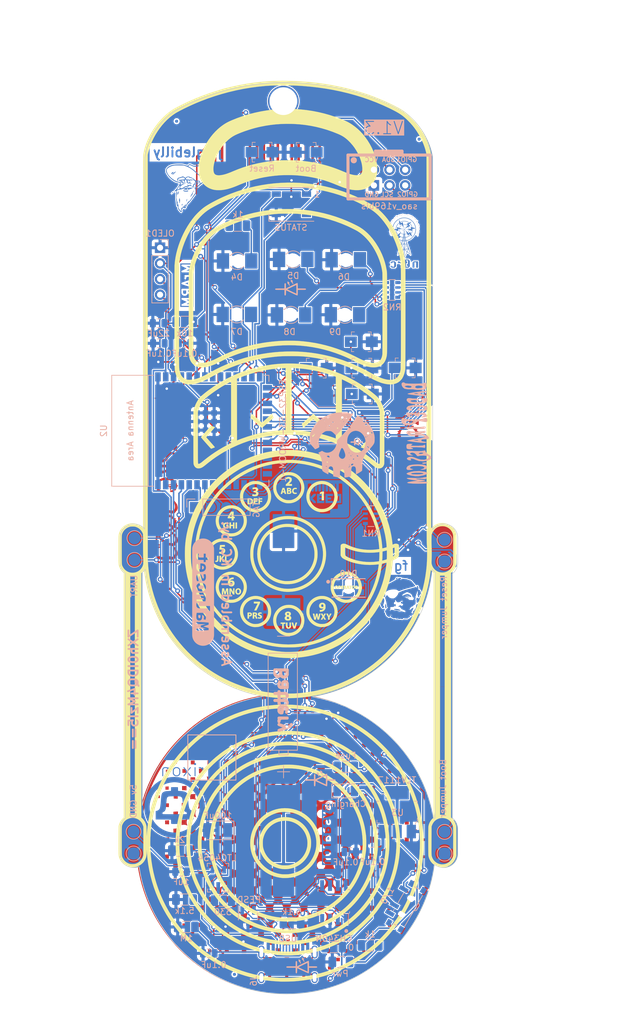
<source format=kicad_pcb>
(kicad_pcb (version 20221018) (generator pcbnew)
  (title_block (title "BSidesKC Badge") (date "2023-08-11") (rev "1.1") (company "BadgePirates") (comment 1 "ESP32-S3 WROOM (WIFI/BTLE)") (comment 2 "USB to Serial Programming") (comment 3 "Lipo Charger / 14500 Battery") (comment 4 "5 Input Buttons"))
  (layers (0 "F.Cu" signal) (31 "B.Cu" signal) (34 "B.Paste" user) (35 "F.Paste" user) (36 "B.SilkS" user "B.Silkscreen") (37 "F.SilkS" user "F.Silkscreen") (38 "B.Mask" user) (39 "F.Mask" user) (44 "Edge.Cuts" user))
  (net 0 "")
  (net 1 "/BATTERY+")
  (net 2 "GND")
  (net 3 "RESET")
  (net 4 "VBUS")
  (net 5 "VCC")
  (net 6 "Net-(U1-V3)")
  (net 7 "+BATT")
  (net 8 "Net-(J6-SHIELD)")
  (net 9 "Net-(D1-A)")
  (net 10 "Net-(D2-K)")
  (net 12 "Net-(D4-A)")
  (net 13 "Net-(D6-RK)")
  (net 14 "Net-(D5-A)")
  (net 15 "Net-(D6-BK)")
  (net 16 "IO18")
  (net 17 "Net-(D7-A)")
  (net 18 "Net-(D8-A)")
  (net 19 "D+")
  (net 20 "D-")
  (net 21 "Net-(D6-GK)")
  (net 22 "Net-(D9-A)")
  (net 23 "IO45")
  (net 24 "IO21")
  (net 25 "TMS")
  (net 26 "TDI")
  (net 27 "TDO")
  (net 28 "TCK")
  (net 29 "USB_RX_ESP_TX")
  (net 30 "USB_TX_ESP_RX")
  (net 31 "Boot")
  (net 32 "Net-(SW2-A)")
  (net 33 "Net-(J6-VBUS-PadA4)")
  (net 34 "Net-(J6-CC1)")
  (net 35 "SCL")
  (net 36 "SDA")
  (net 38 "Net-(J6-CC2)")
  (net 40 "IO15")
  (net 41 "IO05")
  (net 42 "IO04")
  (net 43 "IO03")
  (net 44 "IO10")
  (net 45 "IO14")
  (net 46 "IO13")
  (net 47 "IO12")
  (net 48 "IO11")
  (net 49 "IO46")
  (net 50 "IO37")
  (net 51 "IO36")
  (net 52 "IO35")
  (net 53 "IO38")
  (net 54 "IO16")
  (net 55 "IO17")
  (net 56 "IO08")
  (net 57 "IO09")
  (net 58 "IO47")
  (net 59 "IO48")
  (net 60 "IO02")
  (net 61 "IO01")
  (net 62 "Net-(U4-~{CHRG})")
  (net 63 "Net-(U4-PROG)")
  (net 68 "Net-(D10-A)")
  (footprint "BadgePirates:Badgelife-SAOv169-SAO_Side_B.SLK" (layer "F.Cu") (at 116.0398 49.1816)
    (fp_text reference "X1" hide)
    (fp_text value "sao_v169bis")
  )
  (footprint "BadgePiratesLogos:NG_B.Cu" (layer "F.Cu") (at 105.870876 101.016971)
    (fp_text reference "G***" hide)
    (fp_text value "NG_BSilk_B.Cu" hide)
  )
  (footprint "BSidesKC:F.CU_VolunteerText" (layer "F.Cu") (at 53.49 106.74)
    (fp_text reference "G***" hide)
    (fp_text value "LOGO" hide)
  )
  (footprint "BSidesKC:F.Cu_g4806" (layer "F.Cu") (at 53.6 106.75)
    (fp_text reference "G***" hide)
    (fp_text value "LOGO" hide)
  )
  (footprint "BadgePirates:LED_Osram_Lx_P47F_D2mm_ReverseMount_Proper_Mask Only" (layer "F.Cu") (at 109.205 71.355 180)
    (fp_text reference "D9")
    (fp_text value "LED")
  )
  (footprint "LOGO" (layer "F.Cu") (at 74.434225 130.455417)
    (fp_text reference "G***" hide)
    (fp_text value "LOGO" hide)
  )
  (footprint "BadgePirates:LED_Osram_Lx_P47F_D2mm_ReverseMount_Proper_Mask Only" (layer "F.Cu") (at 109.33 62.43 180)
    (fp_text reference "D6")
    (fp_text value "LED")
  )
  (footprint "BadgePiratesLogos:Jiggle_B.Cu" (layer "F.Cu") (at 83.78 50.11)
    (fp_text reference "G***" hide)
    (fp_text value "jigglebilly")
  )
  (footprint "BSidesKC:F.Mask_g4808" (layer "F.Cu") (at 53.51 106.75)
    (fp_text reference "G***" hide)
    (fp_text value "LOGO" hide)
  )
  (footprint "BadgePiratesLogos:LED_Schematic_B.SLK" (layer "F.Cu") (at 100.405 66.905)
    (fp_text reference "G***" hide)
    (fp_text value "LOGO" hide)
  )
  (footprint "BadgePiratesLogos:FG_B.Cu" (layer "F.Cu") (at 118.25862 117.176868)
    (fp_text reference "G***" hide)
    (fp_text value "fg")
  )
  (footprint "BadgePirates:LED_Osram_Lx_P47F_D2mm_ReverseMount_Proper_Mask Only" (layer "F.Cu") (at 100.455 71.38 180)
    (fp_text reference "D8")
    (fp_text value "LED")
  )
  (footprint "LOGO" (layer "F.Cu") (at 74.434225 130.455417)
    (fp_text reference "G***" hide)
    (fp_text value "LOGO" hide)
  )
  (footprint "BadgePiratesLogos:rixon_B.Cu" (layer "F.Cu") (at 81.568283 151.265844)
    (fp_text reference "G***" hide)
    (fp_text value "Rixon" hide)
  )
  (footprint "BadgePiratesLogos:BPSkull_Distressed_B.SILK" (layer "F.Cu") (at 108.754592 92.468772)
    (fp_text reference "G***" hide)
    (fp_text value "BP Logo" hide)
  )
  (footprint "BadgePiratesLogos:BadgePiratesURL_B.SLK" (layer "F.Cu") (at 121.5 90.55 90)
    (fp_text reference "G***" hide)
    (fp_text value "LOGO" hide)
  )
  (footprint "BSidesKC:F.SilkS_g4810" (layer "F.Cu") (at 53.537704 106.772009)
    (fp_text reference "G***" hide)
    (fp_text value "LOGO" hide)
  )
  (footprint "LOGO" (layer "F.Cu") (at 74.434225 130.455417)
    (fp_text reference "G***" hide)
    (fp_text value "LOGO" hide)
  )
  (footprint "BadgePiratesLogos:n0rc_B.SLK" (layer "F.Cu") (at 118.820001 58.605367)
    (fp_text reference "REF**" hide)
    (fp_text value "n0rc_B.CU" hide)
  )
  (footprint "BadgePirates:LED_Osram_Lx_P47F_D2mm_ReverseMount_Proper_Mask Only" (layer "F.Cu") (at 100.805 62.38 180)
    (fp_text reference "D5")
    (fp_text value "LED")
  )
  (footprint "BadgePirates:LED_Osram_Lx_P47F_D2mm_ReverseMount_Proper_Mask Only" (layer "F.Cu") (at 91.705 62.63 180)
    (fp_text reference "D4")
    (fp_text value "LED")
  )
  (footprint "BadgePiratesLogos:LED_Schematic_B.SLK" (layer "F.Cu") (at 102.22 176.88)
    (fp_text reference "G***" hide)
    (fp_text value "LOGO" hide)
  )
  (footprint "BadgePirates:LED_RGB_1210" (layer "F.Cu") (at 109.78 115.68)
    (fp_text reference "D10")
    (fp_text value "LED")
  )
  (footprint "LOGO" (layer "F.Cu") (at 74.434225 130.455417)
    (fp_text reference "G***" hide)
    (fp_text value "LOGO" hide)
  )
  (footprint "BadgePiratesLogos:LED_Schematic_B.SLK" (layer "F.Cu") (at 105.190166 146.533244)
    (fp_text reference "G***" hide)
    (fp_text value "LOGO" hide)
  )
  (footprint "BadgePirates:LED_Osram_Lx_P47F_D2mm_ReverseMount_Proper_Mask Only" (layer "F.Cu") (at 91.669 71.305 180)
    (fp_text reference "D7")
    (fp_text value "LED")
  )
  (footprint "BadgePirates:Hole_4.5mm" (layer "F.Cu") (at 99.205 36.705)
    (fp_text reference "REF**" hide)
    (fp_text value "4.5mm")
  )
  (footprint "Connector_PinHeader_2.54mm:PinHeader_1x04_P2.54mm_Vertical" (layer "B.Cu") (at 84.87 102.58 -90)
    (fp_text reference "J2" hide)
    (fp_text value "JTAG")
  )
  (footprint "Fiducial:Fiducial_0.5mm_Mask1mm" (layer "B.Cu") (at 81.89 39.96 180)
    (fp_text reference "REF**" hide)
    (fp_text value "Fiducial_0.5mm_Mask1mm")
  )
  (footprint "BadgePirates:Switch_Tactile_SMD_B3U-1000P-BPVersion" (layer "B.Cu") (at 95.755 44.98 180)
    (fp_text reference "SW_Reset1" hide)
    (fp_text value "Reset")
  )
  (footprint "BadgePirates:R_1206_3216Metric" (layer "B.Cu") (at 113.28 173.67)
    (fp_text reference "R2" hide)
    (fp_text value "1k")
  )
  (footprint "BadgePirates:Switch_Tactile_SMD_B3U-1000P-BPVersion" (layer "B.Cu") (at 111.94 80.01 180)
    (fp_text reference "SW5" hide)
    (fp_text value "SW_Center")
  )
  (footprint "LED_SMD:LED_WS2812B_PLCC4_5.0x5.0mm_P3.2mm" (layer "B.Cu") (at 100.505 53.43 180)
    (fp_text reference "D3" hide)
    (fp_text value "STATUS")
  )
  (footprint "Package_TO_SOT_SMD:SOT-23" (layer "B.Cu") (at 93.47 168.8975 -90)
    (fp_text reference "D11" hide)
    (fp_text value "PESD")
  )
  (footprint "Fiducial:Fiducial_0.5mm_Mask1mm" (layer "B.Cu") (at 91.27 178.37 180)
    (fp_text reference "REF**" hide)
    (fp_text value "Fiducial_0.5mm_Mask1mm")
  )
  (footprint "BadgePirates:Switch_Tactile_SMD_B3U-1000P-BPVersion" (layer "B.Cu") (at 111.85 75.74 180)
    (fp_text reference "SW6" hide)
    (fp_text value "SW_Up")
  )
  (footprint "BadgePirates:TestPoint_Pad_D2.0mm x2" (layer "B.Cu") (at 75.055 111.13 90)
    (fp_text reference "J1" hide)
    (fp_text value "UART")
  )
  (footprint "BadgePirates:TestPoint_Pad_D2.0mm x2" (layer "B.Cu") (at 74.905 155.23 -90)
    (fp_text reference "J4" hide)
    (fp_text value "5v GND")
  )
  (footprint "BadgePirates:Switch_Tactile_SMD_B3U-1000P-BPVersion" (layer "B.Cu") (at 104.54 80.02 180)
    (fp_text reference "SW4" hide)
    (fp_text value "SW_Right")
  )
  (footprint "BadgePirates:TestPoint_Pad_D2.0mm x2" (layer "B.Cu") (at 125.355 111.3842 90)
    (fp_text reference "J3" hide)
    (fp_text value "Reset Jumper")
  )
  (footprint "Fiducial:Fiducial_0.5mm_Mask1mm" (layer "B.Cu") (at 121.23 42.87 180)
    (fp_text reference "REF**" hide)
    (fp_text value "Fiducial_0.5mm_Mask1mm")
  )
  (footprint "BadgePirates:Switch_Tactile_SMD_B3U-1000P-BPVersion" (layer "B.Cu") (at 112 84.21 180)
    (fp_text reference "SW7" hide)
    (fp_text value "SW_Down")
  )
  (footprint "LED_SMD:LED_1206_3216Metric" (layer "B.Cu") (at 109.33 148.61)
    (fp_text reference "D2" hide)
    (fp_text value "Charging")
  )
  (footprint "BadgePirates:C_0805_2012Metric" (layer "B.Cu") (at 82.6125 161.71 180)
    (fp_text reference "C5" hide)
    (fp_text value "1uF")
  )
  (footprint "Resistor_SMD:R_Array_Convex_4x0603" (layer "B.Cu") (at 116.855 67.33)
    (fp_text reference "RN2")
    (fp_text value "1k_Array" hide)
  )
  (footprint "Connector_PinHeader_2.54mm:PinHeader_1x04_P2.54mm_Vertical" (layer "B.Cu") (at 79.205 60.485 180)
    (fp_text reference "OLED1")
    (fp_text value "OLED")
  )
  (footprint "BadgePirates:C_0805_2012Metric" (layer "B.Cu") (at 113.65 158.46 180)
    (fp_text reference "C3" hide)
    (fp_text value "0.1uF")
  )
  (footprint "BadgePirates:R_1206_3216Metric" (layer "B.Cu") (at 107.38 173.94 180)
    (fp_text reference "R6" hide)
    (fp_text value "0")
  )
  (footprint "BadgePirates:R_1206_3216Metric" (layer "B.Cu") (at 91.83 56.905)
    (fp_text reference "R5" hide)
    (fp_text value "1k")
  )
  (footprint "BadgePirates:Switch_Tactile_SMD_B3U-1000P-BPVersion" (layer "B.Cu") (at 118.96 79.98 180)
    (fp_text reference "SW3" hide)
    (fp_text value "SW_Left")
  )
  (footprint "Resistor_SMD:R_Array_Convex_4x0603" (layer "B.Cu") (at 113.405 104.03)
    (fp_text reference "RN1")
    (fp_text value "1k_Array")
  )
  (footprint "BadgePirates:R_1206_3216Metric" (layer "B.Cu") (at 109.32 144.69)
    (fp_text reference "F1" hide)
    (fp_text value "Fuse")
  )
  (footprint "BadgePirates:Switch_Tactile_SMD_B3U-1000P-BPVersion" (layer "B.Cu") (at 102.905 45.005 180)
    (fp_text reference "SW1" hide)
    (fp_text value "Boot")
  )
  (footprint "BadgePirates:R_1206_3216Metric" (layer "B.Cu") (at 83.18 166.23 180)
    (fp_text reference "R10" hide)
    (fp_text value "5.1k")
  )
  (footprint "BadgePirates:R_1206_3216Metric" (layer "B.Cu") (at 100.62 170.04)
    (fp_text reference "R8" hide)
    (fp_text value "5.1k")
  )
  (footprint "Espressif:ESP32-S3-WROOM-1" (layer "B.Cu") (at 87.115 90.18 -90)
    (fp_text reference "U2")
    (fp_text value "ESP32-S3-WROOM-1")
  )
  (footprint "BadgePirates:SOIC-8-1EP_W3.9mm" (layer "B.Cu") (at 107.405 166.71 180)
    (fp_text reference "U1" hide)
    (fp_text value "CH340N")
  )
  (footprint "BadgePirates:TestPoint_Pad_D2.0mm x2" (layer "B.Cu") (at 125.355 158.78 90)
    (fp_text reference "J5" hide)
    (fp_text value "Boot Jumper")
  )
  (footprint "BadgePirates:C_0805_2012Metric" (layer "B.Cu") (at 78.97 72.73 180)
    (fp_text reference "C7" hide)
    (fp_text value "22uF")
  )
  (footprint "BadgePirates:SW_SPDT_PCM12" (layer "B.Cu") (at 118.844212 167.190962 -120)
    (fp_text reference "1/0")
    (fp_text value "SW_SPDT")
  )
  (footprint "kibuzzard-64E628A6" (layer "B.Cu") (at 86.19 116.36 90)
    (fp_text reference "kibuzzard-64E628A6" hide)
    (fp_text value "G***" hide)
  )
  (footprint "BadgePirates:C_0805_2012Metric" (layer "B.Cu") (at 87.11 174.96 180)
    (fp_text reference "C8" hide)
    (fp_text value "0.1uF")
  )
  (footprint "BadgePirates:C_0805_2012Metric" (layer "B.Cu") (at 110.05 158.5)
    (fp_text reference "C2" hide)
    (fp_text value "0.1uF")
  )
  (footprint "BadgePirates:LTC4054" (layer "B.Cu") (at 88.6425 162.705 180)
    (fp_text reference "U4" hide)
    (fp_text value "LTC4054")
  )
  (footprint "BadgePirates:R_1206_3216Metric" (layer "B.Cu") (at 83.47 170.68 180)
    (fp_text reference "R12" hide)
    (fp_text value "1M")
  )
  (footprint "Capacitor_Tantalum_SMD:CP_EIA-3528-21_Kemet-B_Pad1.50x2.35mm_HandSolder" (layer "B.Cu") (at 88.555 155.005 180)
    (fp_text reference "C4" hide)
    (fp_text value "100uF")
  )
  (footprint "BadgePirates:Battery - 14500" (layer "B.Cu") (at 99.245 134.755 90)
    (fp_text reference "BT1")
    (fp_text value "Battery")
  )
  (footprint "BadgePirates:C_0805_2012Metric" (layer "B.Cu") (at 79.01 75.99 180)
    (fp_text reference "C6" hide)
    (fp_text value "0.1uF")
  )
  (footprint "BadgePirates:R_1206_3216Metric" (layer "B.Cu") (at 108.55 176.36)
    (fp_text reference "D1" hide)
    (fp_text value "Pwr")
  )
  (footprint "BadgePirates:R_1206_3216Metric" (layer "B.Cu") (at 83.22 72.51)
    (fp_text reference "R1" hide)
    (fp_text value "10k")
  )
  (footprint "BadgePirates:C_0805_2012Metric" (layer "B.Cu") (at 83.2 75.98)
    (fp_text reference "C1" hide)
    (fp_text value "0.1uF")
  )
  (footprint "BadgePirates:R_1206_3216Metric" (layer "B.Cu") (at 89.4 166.42 180)
    (fp_text reference "R3" hide)
    (fp_text value "330")
  )
  (footprint "BadgePirates:USB_C_Receptical-Jing" (layer "B.Cu") (at 99.955 174.7425 180)
    (fp_text reference "J6")
    (fp_text value "USB")
  )
  (footprint "BadgePirates:SOT-223" (layer "B.Cu") (at 117.66 152.05 180)
    (fp_text reference "U3")
    (fp_text value "TLV1117")
  )
  (footprint "BadgePirates:R_1206_3216Metric" (layer "B.Cu") (at 82.53 158.305 180)
    (fp_text reference "R4" hide)
    (fp_text value "2k")
  )
  (gr_rect (start 83.71 139.52) (end 91.51 146.85) (stroke (width 0.15)) (fill none) (layer "B.SilkS"))
  (gr_line (start 118.496 172.6195) (end 118.639 172.4415) (stroke (width 0.1)) (layer "Edge.Cuts"))
  (gr_line (start 104.811 133.5055) (end 103.909 133.3315) (stroke (width 0.1)) (layer "Edge.Cuts"))
  (gr_line (start 114.317 128.8252) (end 115.051 128.239) (stroke (width 0.1)) (layer "Edge.Cuts"))
  (gr_line (start 121.703 167.4895) (end 122.019 166.7765) (stroke (width 0.1)) (layer "Edge.Cuts"))
  (gr_line (start 106.865 134.0415) (end 107.7 134.29) (stroke (width 0.1)) (layer "Edge.Cuts"))
  (gr_line (start 81.33 173.1) (end 81.68 173.48) (stroke (width 0.1)) (layer "Edge.Cuts"))
  (gr_line (start 120.932 40.44044) (end 120.52 39.96951) (stroke (width 0.1)) (layer "Edge.Cuts"))
  (gr_line (start 112.778 129.909) (end 113.559 129.3822) (stroke (width 0.1)) (layer "Edge.Cuts"))
  (gr_line (start 82.581 140.0985) (end 82.139 140.5535) (stroke (width 0.1)) (layer "Edge.Cuts"))
  (gr_line (start 84.613 176.2325) (end 85.204 176.6915) (stroke (width 0.1)) (layer "Edge.Cuts"))
  (gr_line (start 73.5587 153.0015) (end 73.3494 153.1855) (stroke (width 0.1)) (layer "Edge.Cuts"))
  (gr_line (start 77.791 42.5796) (end 77.5226 43.1274) (stroke (width 0.1)) (layer "Edge.Cuts"))
  (gr_line (start 119.457 123.3876) (end 119.971 122.598) (stroke (width 0.1)) (layer "Edge.Cuts"))
  (gr_line (start 127.11 106.2944) (end 126.981 106.1222) (stroke (width 0.1)) (layer "Edge.Cuts"))
  (gr_line (start 115.752 175.4775) (end 115.796 175.4375) (stroke (width 0.1)) (layer "Edge.Cuts"))
  (gr_line (start 87.059 177.9605) (end 87.331 178.1265) (stroke (width 0.1)) (layer "Edge.Cuts"))
  (gr_line (start 73.2051 160.2345) (end 73.3494 160.3925) (stroke (width 0.1)) (layer "Edge.Cuts"))
  (gr_line (start 122.312 166.0535) (end 122.581 165.3215) (stroke (width 0.1)) (layer "Edge.Cuts"))
  (gr_line (start 91.336 131.9435) (end 92.22 132.2795) (stroke (width 0.1)) (layer "Edge.Cuts"))
  (gr_line (start 92.517 180.4525) (end 93.296 180.6815) (stroke (width 0.1)) (layer "Edge.Cuts"))
  (gr_line (start 78.791 169.4645) (end 79.177 170.1065) (stroke (width 0.1)) (layer "Edge.Cuts"))
  (gr_line (start 83.598 126.8358) (end 84.269 127.4771) (stroke (width 0.1)) (layer "Edge.Cuts"))
  (gr_line (start 77.7559 167.4745) (end 78.2406 168.4625) (stroke (width 0.1)) (layer "Edge.Cuts"))
  (gr_line (start 127.448 107.0951) (end 127.393 106.8806) (stroke (width 0.1)) (layer "Edge.Cuts"))
  (gr_line (start 73.2051 106.1222) (end 73.0762 106.2944) (stroke (width 0.1)) (layer "Edge.Cuts"))
  (gr_line (start 116.713 139.9555) (end 115.98 139.2615) (stroke (width 0.1)) (layer "Edge.Cuts"))
  (gr_line (start 73.3494 153.1855) (end 73.2051 153.3445) (stroke (width 0.1)) (layer "Edge.Cuts"))
  (gr_line (start 72.7934 112.2537) (end 72.8691 112.4594) (stroke (width 0.1)) (layer "Edge.Cuts"))
  (gr_line (start 82.93 174.7485) (end 83.476 175.2595) (stroke (width 0.1)) (layer "Edge.Cuts"))
  (gr_line (start 91.747 180.1965) (end 92.517 180.4525) (stroke (width 0.1)) (layer "Edge.Cuts"))
  (gr_line (start 127.483 111.8174) (end 127.494 111.5891) (stroke (width 0.1)) (layer "Edge.Cuts"))
  (gr_line (start 123.421 106.2044) (end 123.421 60.092) (stroke (width 0.1)) (layer "Edge.Cuts"))
  (gr_line (start 114.05 176.8525) (end 114.373 176.6105) (stroke (width 0.1)) (layer "Edge.Cuts"))
  (gr_line (start 94.797 33.97827) (end 93.681 34.13856) (stroke (width 0.1)) (layer "Edge.Cuts"))
  (gr_line (start 124.983 105.3179) (end 124.761 105.3521) (stroke (width 0.1)) (layer "Edge.Cuts"))
  (gr_line (start 127.393 154.1025) (end 127.317 153.8965) (stroke (width 0.1)) (layer "Edge.Cuts"))
  (gr_line (start 80.996 38.72052) (end 80.503 39.11418) (stroke (width 0.1)) (layer "Edge.Cuts"))
  (gr_line (start 78.773 169.4335) (end 78.791 169.4645) (stroke (width 0.1)) (layer "Edge.Cuts"))
  (gr_line (start 99.734 181.5545) (end 100.861 181.5285) (stroke (width 0.1)) (layer "Edge.Cuts"))
  (gr_line (start 123.541 161.6805) (end 123.642 161.0835) (stroke (width 0.1)) (layer "Edge.Cuts"))
  (gr_line (start 121.508 146.6435) (end 121.51 146.6435) (stroke (width 0.1)) (layer "Edge.Cuts"))
  (gr_line (start 81.742 124.7598) (end 82.333 125.4764) (stroke (width 0.1)) (layer "Edge.Cuts"))
  (gr_line (start 74.4805 105.3521) (end 74.2661 105.4076) (stroke (width 0.1)) (layer "Edge.Cuts"))
  (gr_line (start 72.7934 154.1025) (end 72.7379 154.3165) (stroke (width 0.1)) (layer "Edge.Cuts"))
  (gr_line (start 127.483 154.5395) (end 127.448 154.3175) (stroke (width 0.1)) (layer "Edge.Cuts"))
  (gr_line (start 106.62 34.27085) (end 105.41 34.09089) (stroke (width 0.1)) (layer "Edge.Cuts"))
  (gr_line (start 123.369 112.6779) (end 123.369 112.6778) (stroke (width 0.1)) (layer "Edge.Cuts"))
  (gr_line (start 74.9746 105.3063) (end 74.9307 105.3063) (stroke (width 0.1)) (layer "Edge.Cuts"))
  (gr_line (start 92.393 134.0995) (end 91.538 134.3895) (stroke (width 0.1)) (layer "Edge.Cuts"))
  (gr_line (start 122.005 41.9623) (end 121.675 41.44041) (stroke (width 0.1)) (layer "Edge.Cuts"))
  (gr_line (start 72.9638 112.6551) (end 73.0762 112.8397) (stroke (width 0.1)) (layer "Edge.Cuts"))
  (gr_line (start 115.928 37.00173) (end 114.813 36.52955) (stroke (width 0.1)) (layer "Edge.Cuts"))
  (gr_line (start 79.668 121.6671) (end 80.141 122.4726) (stroke (width 0.1)) (layer "Edge.Cuts"))
  (gr_line (start 72.6921 111.5891) (end 72.7037 111.8174) (stroke (width 0.1)) (layer "Edge.Cuts"))
  (gr_line (start 123.961 105.6904) (end 123.788 105.8193) (stroke (width 0.1)) (layer "Edge.Cuts"))
  (gr_line (start 115.219 138.5965) (end 114.43 137.9645) (stroke (width 0.1)) (layer "Edge.Cuts"))
  (gr_line (start 127.223 159.8775) (end 127.317 159.6815) (stroke (width 0.1)) (layer "Edge.Cuts"))
  (gr_line (start 105.708 133.7145) (end 105.706 133.7145) (stroke (width 0.1)) (layer "Edge.Cuts"))
  (gr_line (start 98.915 181.5405) (end 99.734 181.5545) (stroke (width 0.1)) (layer "Edge.Cuts"))
  (gr_line (start 89.047 135.4475) (end 88.244 135.8625) (stroke (width 0.1)) (layer "Edge.Cuts"))
  (gr_line (start 124.547 105.4076) (end 124.341 105.4833) (stroke (width 0.1)) (layer "Edge.Cuts"))
  (gr_line (start 119.788 170.8825) (end 120.215 170.2295) (stroke (width 0.1)) (layer "Edge.Cuts"))
  (gr_line (start 75.2029 105.3179) (end 74.9746 105.3063) (stroke (width 0.1)) (layer "Edge.Cuts"))
  (gr_line (start 127.393 112.2538) (end 127.448 112.0393) (stroke (width 0.1)) (layer "Edge.Cuts"))
  (gr_line (start 85.068 36.61123) (end 84.047 37.06159) (stroke (width 0.1)) (layer "Edge.Cuts"))
  (gr_line (start 122.626 165.1955) (end 122.626 165.1945) (stroke (width 0.1)) (layer "Edge.Cuts"))
  (gr_line (start 103.909 133.3315) (end 104.87 133.1535) (stroke (width 0.1)) (layer "Edge.Cuts"))
  (gr_line (start 72.7379 112.0393) (end 72.7934 112.2537) (stroke (width 0.1)) (layer "Edge.Cuts"))
  (gr_line (start 72.9638 106.479) (end 72.8691 106.6748) (stroke (width 0.1)) (layer "Edge.Cuts"))
  (gr_line (start 72.7379 154.3165) (end 72.7037 154.5395) (stroke (width 0.1)) (layer "Edge.Cuts"))
  (gr_line (start 122.574 43.0303) (end 122.305 42.4934) (stroke (width 0.1)) (layer "Edge.Cuts"))
  (gr_line (start 76.7492 149.5585) (end 76.5304 150.2525) (stroke (width 0.1)) (layer "Edge.Cuts"))
  (gr_line (start 98.099 181.4995) (end 98.915 181.5405) (stroke (width 0.1)) (layer "Edge.Cuts"))
  (gr_line (start 126.628 153.0015) (end 126.628 113.3549) (stroke (width 0.1)) (layer "Edge.Cuts"))
  (gr_line (start 75.845 105.4833) (end 75.6393 105.4076) (stroke (width 0.1)) (layer "Edge.Cuts"))
  (gr_line (start 81.14 172.87) (end 81.33 173.1) (stroke (width 0.1)) (layer "Edge.Cuts"))
  (gr_line (start 81.887 173.6765) (end 82.401 174.2205) (stroke (width 0.1)) (layer "Edge.Cuts"))
  (gr_line (start 73.0762 112.8397) (end 73.2051 113.0118) (stroke (width 0.1)) (layer "Edge.Cuts"))
  (gr_line (start 108.851 179.7745) (end 109.458 179.5165) (stroke (width 0.1)) (layer "Edge.Cuts"))
  (gr_line (start 106.35 180.6355) (end 106.985 180.4455) (stroke (width 0.1)) (layer "Edge.Cuts"))
  (gr_line (start 76.9273 165.4435) (end 77.318 166.4675) (stroke (width 0.1)) (layer "Edge.Cuts"))
  (gr_line (start 76.2887 163.3455) (end 76.5841 164.4025) (stroke (width 0.1)) (layer "Edge.Cuts"))
  (gr_line (start 119.342 143.0215) (end 118.733 142.2145) (stroke (width 0.1)) (layer "Edge.Cuts"))
  (gr_line (start 72.9637 159.8775) (end 73.0761 160.0625) (stroke (width 0.1)) (layer "Edge.Cuts"))
  (gr_line (start 103.106 181.3195) (end 104.218 181.1365) (stroke (width 0.1)) (layer "Edge.Cuts"))
  (gr_line (start 78.818 119.9965) (end 79.227 120.8415) (stroke (width 0.1)) (layer "Edge.Cuts"))
  (gr_line (start 82.333 125.4764) (end 82.952 126.1687) (stroke (width 0.1)) (layer "Edge.Cuts"))
  (gr_line (start 119.622 39.10564) (end 119.137 38.72064) (stroke (width 0.1)) (layer "Edge.Cuts"))
  (gr_line (start 118.09 141.4335) (end 117.417 140.6805) (stroke (width 0.1)) (layer "Edge.Cuts"))
  (gr_line (start 109.458 179.5165) (end 110.059 179.2425) (stroke (width 0.1)) (layer "Edge.Cuts"))
  (gr_line (start 109.017 34.73498) (end 107.823 34.48536) (stroke (width 0.1)) (layer "Edge.Cuts"))
  (gr_line (start 100.861 181.5285) (end 101.986 181.4495) (stroke (width 0.1)) (layer "Edge.Cuts"))
  (gr_line (start 73.6801 105.6904) (end 73.508 105.8193) (stroke (width 0.1)) (layer "Edge.Cuts"))
  (gr_line (start 108.64 134.67) (end 109.35 134.94) (stroke (width 0.1)) (layer "Edge.Cuts"))
  (gr_line (start 77.2508 148.1885) (end 76.9893 148.8705) (stroke (width 0.1)) (layer "Edge.Cuts"))
  (gr_line (start 126.678 105.8193) (end 126.506 105.6904) (stroke (width 0.1)) (layer "Edge.Cuts"))
  (gr_line (start 123.369 112.6778) (end 123.486 112.8306) (stroke (width 0.1)) (layer "Edge.Cuts"))
  (gr_line (start 125.255 105.3063) (end 125.212 105.3063) (stroke (width 0.1)) (layer "Edge.Cuts"))
  (gr_line (start 120.52 39.96951) (end 120.083 39.52325) (stroke (width 0.1)) (layer "Edge.Cuts"))
  (gr_line (start 76.333 150.9515) (end 76.333 113.1568) (stroke (width 0.1)) (layer "Edge.Cuts"))
  (gr_line (start 104.405 181.1005) (end 104.406 181.1005) (stroke (width 0.1)) (layer "Edge.Cuts"))
  (gr_line (start 97.042 33.76239) (end 95.918 33.85271) (stroke (width 0.1)) (layer "Edge.Cuts"))
  (gr_line (start 123.421 45.7316) (end 123.421 45.7042) (stroke (width 0.1)) (layer "Edge.Cuts"))
  (gr_line (start 88.039 178.5345) (end 88.759 178.9175) (stroke (width 0.1)) (layer "Edge.Cuts"))
  (gr_line (start 90.376 34.82284) (end 89.291 35.11707) (stroke (width 0.1)) (layer "Edge.Cuts"))
  (gr_line (start 74.266 160.9485) (end 74.4805 161.0045) (stroke (width 0.1)) (layer "Edge.Cuts"))
  (gr_line (start 77.5226 43.1274) (end 77.2877 43.6767) (stroke (width 0.1)) (layer "Edge.Cuts"))
  (gr_line (start 127.393 106.8806) (end 127.317 106.6748) (stroke (width 0.1)) (layer "Edge.Cuts"))
  (gr_line (start 87.196 129.766) (end 87.984 130.265) (stroke (width 0.1)) (layer "Edge.Cuts"))
  (gr_line (start 121.51 146.6435) (end 121.509 146.6425) (stroke (width 0.1)) (layer "Edge.Cuts"))
  (gr_line (start 122.626 165.1935) (end 122.816 164.6175) (stroke (width 0.1)) (layer "Edge.Cuts"))
  (gr_line (start 111.976 130.4048) (end 112.778 129.909) (stroke (width 0.1)) (layer "Edge.Cuts"))
  (gr_line (start 122.816 164.6175) (end 122.991 164.0365) (stroke (width 0.1)) (layer "Edge.Cuts"))
  (gr_line (start 119.787 170.8845) (end 119.788 170.8825) (stroke (width 0.1)) (layer "Edge.Cuts"))
  (gr_line (start 105.708 180.8075) (end 106.35 180.6355) (stroke (width 0.1)) (layer "Edge.Cuts"))
  (gr_line (start 127.483 107.3171) (end 127.448 107.0951) (stroke (width 0.1)) (layer "Edge.Cuts"))
  (gr_line (start 83.041 37.54166) (end 82.052 38.05096) (stroke (width 0.1)) (layer "Edge.Cuts"))
  (gr_line (start 124.404 160.8985) (end 124.596 160.9635) (stroke (width 0.1)) (layer "Edge.Cuts"))
  (gr_line (start 127.317 159.6815) (end 127.393 159.4755) (stroke (width 0.1)) (layer "Edge.Cuts"))
  (gr_line (start 123.505 152.705) (end 123.555 153.13) (stroke (width 0.1)) (layer "Edge.Cuts"))
  (gr_line (start 127.448 112.0393) (end 127.483 111.8174) (stroke (width 0.1)) (layer "Edge.Cuts"))
  (gr_line (start 104.219 181.1365) (end 104.405 181.1005) (stroke (width 0.1)) (layer "Edge.Cuts"))
  (gr_line (start 82.952 126.1687) (end 83.598 126.8358) (stroke (width 0.1)) (layer "Edge.Cuts"))
  (gr_line (start 117.203 174.0815) (end 117.865 173.3625) (stroke (width 0.1)) (layer "Edge.Cuts"))
  (gr_line (start 88.217 35.44352) (end 87.155 35.8017) (stroke (width 0.1)) (layer "Edge.Cuts"))
  (gr_line (start 124.795 161.0115) (end 125.001 161.0405) (stroke (width 0.1)) (layer "Edge.Cuts"))
  (gr_line (start 127.11 153.5165) (end 126.981 153.3445) (stroke (width 0.1)) (layer "Edge.Cuts"))
  (gr_line (start 126.322 105.578) (end 126.126 105.4833) (stroke (width 0.1)) (layer "Edge.Cuts"))
  (gr_line (start 73.8646 160.7785) (end 74.0603 160.8735) (stroke (width 0.1)) (layer "Edge.Cuts"))
  (gr_line (start 110.059 179.2425) (end 110.653 178.9505) (stroke (width 0.1)) (layer "Edge.Cuts"))
  (gr_line (start 119.203 171.7075) (end 119.735 170.9605) (stroke (width 0.1)) (layer "Edge.Cuts"))
  (gr_line (start 76.2253 105.6904) (end 76.0407 105.578) (stroke (width 0.1)) (layer "Edge.Cuts"))
  (gr_line (start 89.49 179.2755) (end 90.233 179.6085) (stroke (width 0.1)) (layer "Edge.Cuts"))
  (gr_line (start 81.711 141.0175) (end 81.296 141.4915) (stroke (width 0.1)) (layer "Edge.Cuts"))
  (gr_line (start 115.796 175.4375) (end 115.797 175.4375) (stroke (width 0.1)) (layer "Edge.Cuts"))
  (gr_line (start 81.513 38.36471) (end 80.996 38.72052) (stroke (width 0.1)) (layer "Edge.Cuts"))
  (gr_line (start 127.483 159.0395) (end 127.494 158.8115) (stroke (width 0.1)) (layer "Edge.Cuts"))
  (gr_line (start 112.777 136.7995) (end 111.913 136.2685) (stroke (width 0.1)) (layer "Edge.Cuts"))
  (gr_line (start 123.417 45.6768) (end 123.32 45.1643) (stroke (width 0.1)) (layer "Edge.Cuts"))
  (gr_line (start 82.401 174.2205) (end 82.93 174.7485) (stroke (width 0.1)) (layer "Edge.Cuts"))
  (gr_line (start 94.135 133.6175) (end 93.259 133.8415) (stroke (width 0.1)) (layer "Edge.Cuts"))
  (gr_line (start 122.626 165.1945) (end 122.626 165.1935) (stroke (width 0.1)) (layer "Edge.Cuts"))
  (gr_line (start 123.085 114.6242) (end 123.247 113.6575) (stroke (width 0.1)) (layer "Edge.Cuts"))
  (gr_line (start 125.705 105.3521) (end 125.483 105.3179) (stroke (width 0.1)) (layer "Edge.Cuts"))
  (gr_line (start 76.6869 112.8136) (end 76.8162 112.6411) (stroke (width 0.1)) (layer "Edge.Cuts"))
  (gr_line (start 118.912 124.1547) (end 119.457 123.3876) (stroke (width 0.1)) (layer "Edge.Cuts"))
  (gr_line (start 123.788 105.8193) (end 123.63 105.9636) (stroke (width 0.1)) (layer "Edge.Cuts"))
  (gr_line (start 105.817 132.9355) (end 106.749 132.6815) (stroke (width 0.1)) (layer "Edge.Cuts"))
  (gr_line (start 96.478 181.3345) (end 97.287 181.4305) (stroke (width 0.1)) (layer "Edge.Cuts"))
  (gr_line (start 75.4249 105.3521) (end 75.2029 105.3179) (stroke (width 0.1)) (layer "Edge.Cuts"))
  (gr_line (start 98.17 33.70781) (end 97.042 33.76239) (stroke (width 0.1)) (layer "Edge.Cuts"))
  (gr_line (start 127.448 154.3175) (end 127.393 154.1025) (stroke (width 0.1)) (layer "Edge.Cuts"))
  (gr_line (start 120.966 145.5905) (end 120.46 144.7105) (stroke (width 0.1)) (layer "Edge.Cuts"))
  (gr_line (start 126.837 160.3925) (end 126.981 160.2345) (stroke (width 0.1)) (layer "Edge.Cuts"))
  (gr_line (start 118.102 38.06439) (end 118.101 38.06388) (stroke (width 0.1)) (layer "Edge.Cuts"))
  (gr_line (start 126.126 160.8735) (end 126.321 160.7785) (stroke (width 0.1)) (layer "Edge.Cuts"))
  (gr_line (start 127.494 107.5454) (end 127.483 107.3171) (stroke (width 0.1)) (layer "Edge.Cuts"))
  (gr_line (start 85.204 176.6915) (end 85.808 177.1335) (stroke (width 0.1)) (layer "Edge.Cuts"))
  (gr_line (start 123.727 160.4835) (end 123.881 160.6085) (stroke (width 0.1)) (layer "Edge.Cuts"))
  (gr_line (start 110.653 178.9505) (end 111.238 178.6425) (stroke (width 0.1)) (layer "Edge.Cuts"))
  (gr_line (start 118.733 142.2145) (end 118.09 141.4335) (stroke (width 0.1)) (layer "Edge.Cuts"))
  (gr_line (start 123.881 160.6085) (end 124.045 160.7205) (stroke (width 0.1)) (layer "Edge.Cuts"))
  (gr_line (start 73.8647 105.578) (end 73.6801 105.6904) (stroke (width 0.1)) (layer "Edge.Cuts"))
  (gr_line (start 127.317 112.4594) (end 127.393 112.2538) (stroke (width 0.1)) (layer "Edge.Cuts"))
  (gr_line (start 83.035 139.6535) (end 83.035 139.6545) (stroke (width 0.1)) (layer "Edge.Cuts"))
  (gr_line (start 77.7946 117.3541) (end 78.101 118.2521) (stroke (width 0.1)) (layer "Edge.Cuts"))
  (gr_line (start 74.98 161.055) (end 74.68 161.03) (stroke (width 0.1)) (layer "Edge.Cuts"))
  (gr_line (start 122.055 118.3437) (end 122.368 117.4376) (stroke (width 0.1)) (layer "Edge.Cuts"))
  (gr_line (start 72.8691 153.8965) (end 72.7934 154.1025) (stroke (width 0.1)) (layer "Edge.Cuts"))
  (gr_line (start 111.375 35.34181) (end 110.202 35.02027) (stroke (width 0.1)) (layer "Edge.Cuts"))
  (gr_line (start 78.7659 145.0705) (end 78.4591 145.6185) (stroke (width 0.1)) (layer "Edge.Cuts"))
  (gr_line (start 123.555 153.13) (end 123.83 152.93) (stroke (width 0.1)) (layer "Edge.Cuts"))
  (gr_line (start 72.8691 112.4594) (end 72.9638 112.6551) (stroke (width 0.1)) (layer "Edge.Cuts"))
  (gr_line (start 119.971 122.598) (end 120.454 121.7868) (stroke (width 0.1)) (layer "Edge.Cuts"))
  (gr_line (start 117.417 140.6805) (end 116.713 139.9555) (stroke (width 0.1)) (layer "Edge.Cuts"))
  (gr_line (start 74.0604 105.4833) (end 73.8647 105.578) (stroke (width 0.1)) (layer "Edge.Cuts"))
  (gr_line (start 76.7078 45.8381) (end 76.7078 45.8613) (stroke (width 0.1)) (layer "Edge.Cuts"))
  (gr_line (start 105.06 180.9625) (end 105.708 180.8075) (stroke (width 0.1)) (layer "Edge.Cuts"))
  (gr_line (start 77.2877 43.6767) (end 77.0877 44.2238) (stroke (width 0.1)) (layer "Edge.Cuts"))
  (gr_line (start 115.051 128.239) (end 115.761 127.6243) (stroke (width 0.1)) (layer "Edge.Cuts"))
  (gr_line (start 83.035 139.6545) (end 82.581 140.0985) (stroke (width 0.1)) (layer "Edge.Cuts"))
  (gr_line (start 73.3494 160.3925) (end 73.5079 160.5375) (stroke (width 0.1)) (layer "Edge.Cuts"))
  (gr_line (start 127.494 158.8115) (end 127.494 154.7675) (stroke (width 0.1)) (layer "Edge.Cuts"))
  (gr_line (start 88.793 130.7332) (end 89.622 131.1696) (stroke (width 0.1)) (layer "Edge.Cuts"))
  (gr_line (start 119.736 170.9595) (end 119.787 170.8855) (stroke (width 0.1)) (layer "Edge.Cuts"))
  (gr_line (start 126.506 160.6665) (end 126.678 160.5375) (stroke (width 0.1)) (layer "Edge.Cuts"))
  (gr_line (start 73.2051 113.0118) (end 73.3494 113.1704) (stroke (width 0.1)) (layer "Edge.Cuts"))
  (gr_line (start 93.12 132.5815) (end 94.037 132.8465) (stroke (width 0.1)) (layer "Edge.Cuts"))
  (gr_line (start 104.218 181.1365) (end 104.219 181.1365) (stroke (width 0.1)) (layer "Edge.Cuts"))
  (gr_line (start 77.318 166.4675) (end 77.7559 167.4745) (stroke (width 0.1)) (layer "Edge.Cuts"))
  (gr_line (start 72.6921 154.7675) (end 72.6921 158.8105) (stroke (width 0.1)) (layer "Edge.Cuts"))
  (gr_line (start 119.735 170.9605) (end 119.736 170.9595) (stroke (width 0.1)) (layer "Edge.Cuts"))
  (gr_line (start 124.341 105.4833) (end 124.145 105.578) (stroke (width 0.1)) (layer "Edge.Cuts"))
  (gr_line (start 122.195 148.1955) (end 121.866 147.4155) (stroke (width 0.1)) (layer "Edge.Cuts"))
  (gr_line (start 83.037 139.6515) (end 83.035 139.6535) (stroke (width 0.1)) (layer "Edge.Cuts"))
  (gr_line (start 123.151 163.4525) (end 123.296 162.8655) (stroke (width 0.1)) (layer "Edge.Cuts"))
  (gr_line (start 118.63 38.37224) (end 118.102 38.06439) (stroke (width 0.1)) (layer "Edge.Cuts"))
  (gr_line (start 126.837 105.9636) (end 126.678 105.8193) (stroke (width 0.1)) (layer "Edge.Cuts"))
  (gr_line (start 121.003 168.8835) (end 121.365 168.1925) (stroke (width 0.1)) (layer "Edge.Cuts"))
  (gr_line (start 123.83 152.93) (end 123.826 152.8035) (stroke (width 0.1)) (layer "Edge.Cuts"))
  (gr_line (start 94.968 133.0745) (end 95.914 133.2655) (stroke (width 0.1)) (layer "Edge.Cuts"))
  (gr_line (start 121.675 41.44041) (end 121.317 40.93207) (stroke (width 0.1)) (layer "Edge.Cuts"))
  (gr_line (start 72.6921 158.8105) (end 72.7037 159.0395) (stroke (width 0.1)) (layer "Edge.Cuts"))
  (gr_line (start 79.227 120.8415) (end 79.668 121.6671) (stroke (width 0.1)) (layer "Edge.Cuts"))
  (gr_line (start 123.32 45.1643) (end 123.186 44.6398) (stroke (width 0.1)) (layer "Edge.Cuts"))
  (gr_line (start 127.11 160.0625) (end 127.223 159.8775) (stroke (width 0.1)) (layer "Edge.Cuts"))
  (gr_line (start 83.476 175.2595) (end 84.037 175.7545) (stroke (width 0.1)) (layer "Edge.Cuts"))
  (gr_line (start 80.007 171.3515) (end 80.39 171.89) (stroke (width 0.1)) (layer "Edge.Cuts"))
  (gr_line (start 123.224 151.3955) (end 123.01 150.5845) (stroke (width 0.1)) (layer "Edge.Cuts"))
  (gr_line (start 123.486 112.8306) (end 123.616 112.9724) (stroke (width 0.1)) (layer "Edge.Cuts"))
  (gr_line (start 84.469 138.3905) (end 83.768 138.9835) (stroke (width 0.1)) (layer "Edge.Cuts"))
  (gr_line (start 84.037 175.7545) (end 84.613 176.2325) (stroke (width 0.1)) (layer "Edge.Cuts"))
  (gr_line (start 123.63 105.9636) (end 123.421 106.2044) (stroke (width 0.1)) (layer "Edge.Cuts"))
  (gr_line (start 125.92 105.4076) (end 125.705 105.3521) (stroke (width 0.1)) (layer "Edge.Cuts"))
  (gr_line (start 124.145 105.578) (end 123.961 105.6904) (stroke (width 0.1)) (layer "Edge.Cuts"))
  (gr_line (start 105.41 34.09089) (end 104.194 33.94492) (stroke (width 0.1)) (layer "Edge.Cuts"))
  (gr_line (start 80.894 141.9745) (end 80.506 142.4675) (stroke (width 0.1)) (layer "Edge.Cuts"))
  (gr_line (start 77.8872 146.7385) (end 77.6224 147.3115) (stroke (width 0.1)) (layer "Edge.Cuts"))
  (gr_line (start 125.001 161.0405) (end 125.212 161.0505) (stroke (width 0.1)) (layer "Edge.Cuts"))
  (gr_line (start 127.223 153.7005) (end 127.11 153.5165) (stroke (width 0.1)) (layer "Edge.Cuts"))
  (gr_line (start 73.0761 153.5165) (end 72.9637 153.7005) (stroke (width 0.1)) (layer "Edge.Cuts"))
  (gr_line (start 73.0761 160.0625) (end 73.2051 160.2345) (stroke (width 0.1)) (layer "Edge.Cuts"))
  (gr_line (start 126.678 160.5375) (end 126.837 160.3925) (stroke (width 0.1)) (layer "Edge.Cuts"))
  (gr_line (start 126.981 113.0119) (end 127.11 112.8397) (stroke (width 0.1)) (layer "Edge.Cuts"))
  (gr_line (start 85.686 128.6784) (end 86.43 129.2368) (stroke (width 0.1)) (layer "Edge.Cuts"))
  (gr_line (start 86.43 129.2368) (end 87.196 129.766) (stroke (width 0.1)) (layer "Edge.Cuts"))
  (gr_line (start 87.456 136.3085) (end 86.683 136.7845) (stroke (width 0.1)) (layer "Edge.Cuts"))
  (gr_line (start 127.223 112.6552) (end 127.317 112.4594) (stroke (width 0.1)) (layer "Edge.Cuts"))
  (gr_line (start 85.189 137.8255) (end 84.469 138.3905) (stroke (width 0.1)) (layer "Edge.Cuts"))
  (gr_line (start 77.2899 115.5111) (end 77.5239 116.4402) (stroke (width 0.1)) (layer "Edge.Cuts"))
  (gr_line (start 124.596 160.9635) (end 124.795 161.0115) (stroke (width 0.1)) (layer "Edge.Cuts"))
  (gr_line (start 85.808 177.1335) (end 86.427 177.5565) (stroke (width 0.1)) (layer "Edge.Cuts"))
  (gr_line (start 118.101 38.06388) (end 117.024 37.51298) (stroke (width 0.1)) (layer "Edge.Cuts"))
  (gr_line (start 101.751 33.75263) (end 100.526 33.70519) (stroke (width 0.1)) (layer "Edge.Cuts"))
  (gr_line (start 76.0407 105.578) (end 75.845 105.4833) (stroke (width 0.1)) (layer "Edge.Cuts"))
  (gr_line (start 123.41 152.2145) (end 123.224 151.3955) (stroke (width 0.1)) (layer "Edge.Cuts"))
  (gr_line (start 85.928 137.2895) (end 85.189 137.8255) (stroke (width 0.1)) (layer "Edge.Cuts"))
  (gr_line (start 76.9352 113.6108) (end 77.0934 114.5677) (stroke (width 0.1)) (layer "Edge.Cuts"))
  (gr_line (start 80.503 39.11418) (end 80.034 39.54151) (stroke (width 0.1)) (layer "Edge.Cuts"))
  (gr_line (start 81.68 173.48) (end 81.887 173.6765) (stroke (width 0.1)) (layer "Edge.Cuts"))
  (gr_line (start 99.3 33.68947) (end 98.17 33.70781) (stroke (width 0.1)) (layer "Edge.Cuts"))
  (gr_line (start 75.7973 160.8915) (end 75.58 160.98) (stroke (width 0.1)) (layer "Edge.Cuts"))
  (gr_line (start 126.837 153.1855) (end 126.628 153.0015) (stroke (width 0.1)) (layer "Edge.Cuts"))
  (gr_line (start 73.508 105.8193) (end 73.3494 105.9636) (stroke (width 0.1)) (layer "Edge.Cuts"))
  (gr_line (start 126.126 105.4833) (end 125.92 105.4076) (stroke (width 0.1)) (layer "Edge.Cuts"))
  (gr_line (start 125.255 161.0505) (end 125.483 161.0385) (stroke (width 0.1)) (layer "Edge.Cuts"))
  (gr_line (start 78.101 118.2521) (end 78.4425 119.1331) (stroke (width 0.1)) (layer "Edge.Cuts"))
  (gr_line (start 80.72 172.34) (end 81.14 172.87) (stroke (width 0.1)) (layer "Edge.Cuts"))
  (gr_line (start 123.826 113.1568) (end 123.826 152.8035) (stroke (width 0.1)) (layer "Edge.Cuts"))
  (gr_line (start 114.43 137.9645) (end 113.616 137.3645) (stroke (width 0.1)) (layer "Edge.Cuts"))
  (gr_line (start 86.105 36.1911) (end 85.068 36.61123) (stroke (width 0.1)) (layer "Edge.Cuts"))
  (gr_line (start 120.905 120.955) (end 121.322 120.1032) (stroke (width 0.1)) (layer "Edge.Cuts"))
  (gr_line (start 127.494 111.5891) (end 127.494 107.5454) (stroke (width 0.1)) (layer "Edge.Cuts"))
  (gr_line (start 76.5559 105.9636) (end 76.3974 105.8193) (stroke (width 0.1)) (layer "Edge.Cuts"))
  (gr_line (start 79.087 144.5325) (end 78.7659 145.0705) (stroke (width 0.1)) (layer "Edge.Cuts"))
  (gr_line (start 123.41 152.2145) (end 123.505 152.705) (stroke (width 0.1)) (layer "Edge.Cuts"))
  (gr_line (start 78.0916 42.037) (end 77.791 42.5796) (stroke (width 0.1)) (layer "Edge.Cuts"))
  (gr_line (start 82.139 140.5535) (end 81.711 141.0175) (stroke (width 0.1)) (layer "Edge.Cuts"))
  (gr_line (start 79.177 170.1065) (end 79.582 170.7355) (stroke (width 0.1)) (layer "Edge.Cuts"))
  (gr_line (start 95.918 33.85271) (end 94.797 33.97827) (stroke (width 0.1)) (layer "Edge.Cuts"))
  (gr_line (start 90.47 131.5734) (end 91.336 131.9435) (stroke (width 0.1)) (layer "Edge.Cuts"))
  (gr_line (start 100.526 33.70519) (end 99.3 33.68947) (stroke (width 0.1)) (layer "Edge.Cuts"))
  (gr_line (start 125.705 161.0045) (end 125.92 160.9485) (stroke (width 0.1)) (layer "Edge.Cuts"))
  (gr_line (start 115.072 176.0565) (end 115.752 175.4775) (stroke (width 0.1)) (layer "Edge.Cuts"))
  (gr_line (start 74.4805 161.0045) (end 74.68 161.03) (stroke (width 0.1)) (layer "Edge.Cuts"))
  (gr_line (start 111.238 178.6425) (end 111.817 178.3175) (stroke (width 0.1)) (layer "Edge.Cuts"))
  (gr_line (start 84.047 37.06159) (end 83.041 37.54166) (stroke (width 0.1)) (layer "Edge.Cuts"))
  (gr_line (start 73.5587 113.3549) (end 73.5587 153.0015) (stroke (width 0.1)) (layer "Edge.Cuts"))
  (gr_line (start 110.202 35.02027) (end 109.017 34.73498) (stroke (width 0.1)) (layer "Edge.Cuts"))
  (gr_line (start 123.296 162.8655) (end 123.426 162.2745) (stroke (width 0.1)) (layer "Edge.Cuts"))
  (gr_line (start 97.287 181.4305) (end 98.099 181.4995) (stroke (width 0.1)) (layer "Edge.Cuts"))
  (gr_line (start 72.7934 159.4755) (end 72.8691 159.6815) (stroke (width 0.1)) (layer "Edge.Cuts"))
  (gr_line (start 123.01 150.5845) (end 122.767 149.7805) (stroke (width 0.1)) (layer "Edge.Cuts"))
  (gr_line (start 73.6801 160.6665) (end 73.8646 160.7785) (stroke (width 0.1)) (layer "Edge.Cuts"))
  (gr_line (start 76.8161 112.6411) (end 76.9352 113.6108) (stroke (width 0.1)) (layer "Edge.Cuts"))
  (gr_line (start 101.986 181.4495) (end 103.106 181.3195) (stroke (width 0.1)) (layer "Edge.Cuts"))
  (gr_line (start 112.535 35.70016) (end 111.375 35.34181) (stroke (width 0.1)) (layer "Edge.Cuts"))
  (gr_line (start 72.6921 107.5454) (end 72.6921 111.5891) (stroke (width 0.1)) (layer "Edge.Cuts"))
  (gr_line (start 116.513 174.7735) (end 117.203 174.0815) (stroke (width 0.1)) (layer "Edge.Cuts"))
  (gr_line (start 126.321 160.7785) (end 126.506 160.6665) (stroke (width 0.1)) (layer "Edge.Cuts"))
  (gr_line (start 110.1 135.33) (end 109.35 134.94) (stroke (width 0.1)) (layer "Edge.Cuts"))
  (gr_line (start 76.9239 44.765) (end 76.7979 45.2966) (stroke (width 0.1)) (layer "Edge.Cuts"))
  (gr_line (start 108.236 180.0155) (end 108.851 179.7745) (stroke (width 0.1)) (layer "Edge.Cuts"))
  (gr_line (start 120.46 144.7105) (end 119.918 143.8535) (stroke (width 0.1)) (layer "Edge.Cuts"))
  (gr_line (start 121.365 168.1925) (end 121.703 167.4895) (stroke (width 0.1)) (layer "Edge.Cuts"))
  (gr_line (start 78.4425 119.1331) (end 78.818 119.9965) (stroke (width 0.1)) (layer "Edge.Cuts"))
  (gr_line (start 74.7024 105.3179) (end 74.4805 105.3521) (stroke (width 0.1)) (layer "Edge.Cuts"))
  (gr_line (start 80.645 123.257) (end 81.179 124.0197) (stroke (width 0.1)) (layer "Edge.Cuts"))
  (gr_line (start 122.884 115.577) (end 123.085 114.6242) (stroke (width 0.1)) (layer "Edge.Cuts"))
  (gr_line (start 84.965 128.0915) (end 85.686 128.6784) (stroke (width 0.1)) (layer "Edge.Cuts"))
  (gr_line (start 126.506 105.6904) (end 126.322 105.578) (stroke (width 0.1)) (layer "Edge.Cuts"))
  (gr_line (start 99.3 33.68947) (end 99.3 33.68947) (stroke (width 0.1)) (layer "Edge.Cuts"))
  (gr_line (start 124.045 160.7205) (end 124.22 160.8175) (stroke (width 0.1)) (layer "Edge.Cuts"))
  (gr_line (start 127.317 153.8965) (end 127.223 153.7005) (stroke (width 0.1)) (layer "Edge.Cuts"))
  (gr_line (start 95.674 181.2115) (end 96.478 181.3345) (stroke (width 0.1)) (layer "Edge.Cuts"))
  (gr_line (start 90.695 134.7105) (end 89.864 135.0635) (stroke (width 0.1)) (layer "Edge.Cuts"))
  (gr_line (start 78.4591 145.6185) (end 78.1661 146.1745) (stroke (width 0.1)) (layer "Edge.Cuts"))
  (gr_line (start 107.665 132.3895) (end 108.564 132.0615) (stroke (width 0.1)) (layer "Edge.Cuts"))
  (gr_line (start 123.186 44.6398) (end 123.016 44.107) (stroke (width 0.1)) (layer "Edge.Cuts"))
  (gr_line (start 75.6393 105.4076) (end 75.4249 105.3521) (stroke (width 0.1)) (layer "Edge.Cuts"))
  (gr_line (start 115.98 139.2615) (end 115.219 138.5965) (stroke (width 0.1)) (layer "Edge.Cuts"))
  (gr_line (start 122.645 116.5151) (end 122.884 115.577) (stroke (width 0.1)) (layer "Edge.Cuts"))
  (gr_line (start 110.1 135.33) (end 110.47 135.51) (stroke (width 0.1)) (layer "Edge.Cuts"))
  (gr_line (start 119.918 143.8535) (end 119.342 143.0215) (stroke (width 0.1)) (layer "Edge.Cuts"))
  (gr_line (start 121.317 40.93207) (end 120.932 40.44044) (stroke (width 0.1)) (layer "Edge.Cuts"))
  (gr_line (start 79.421 144.0025) (end 79.087 144.5325) (stroke (width 0.1)) (layer "Edge.Cuts"))
  (gr_line (start 110.84 135.68) (end 111.913 136.2685) (stroke (width 0.1)) (layer "Edge.Cuts"))
  (gr_line (start 123.016 44.107) (end 122.812 43.5693) (stroke (width 0.1)) (layer "Edge.Cuts"))
  (gr_line (start 73.0762 106.2944) (end 72.9638 106.479) (stroke (width 0.1)) (layer "Edge.Cuts"))
  (gr_line (start 121.436 146.4935) (end 121.435 146.4925) (stroke (width 0.1)) (layer "Edge.Cuts"))
  (gr_line (start 78.1661 146.1745) (end 77.8872 146.7385) (stroke (width 0.1)) (layer "Edge.Cuts"))
  (gr_line (start 83.768 138.9835) (end 83.086 139.6065) (stroke (width 0.1)) (layer "Edge.Cuts"))
  (gr_line (start 106.985 180.4455) (end 107.614 180.2395) (stroke (width 0.1)) (layer "Edge.Cuts"))
  (gr_line (start 88.244 135.8625) (end 87.456 136.3085) (stroke (width 0.1)) (layer "Edge.Cuts"))
  (gr_line (start 112.387 177.9765) (end 112.949 177.6185) (stroke (width 0.1)) (layer "Edge.Cuts"))
  (gr_line (start 104.87 133.1535) (end 105.817 132.9355) (stroke (width 0.1)) (layer "Edge.Cuts"))
  (gr_line (start 81.179 124.0197) (end 81.742 124.7598) (stroke (width 0.1)) (layer "Edge.Cuts"))
  (gr_line (start 122.991 164.0365) (end 123.151 163.4525) (stroke (width 0.1)) (layer "Edge.Cuts"))
  (gr_line (start 121.866 147.4155) (end 121.508 146.6435) (stroke (width 0.1)) (layer "Edge.Cuts"))
  (gr_line (start 72.7037 107.3171) (end 72.6921 107.5454) (stroke (width 0.1)) (layer "Edge.Cuts"))
  (gr_line (start 127.393 159.4755) (end 127.448 159.2615) (stroke (width 0.1)) (layer "Edge.Cuts"))
  (gr_line (start 105.706 133.7145) (end 104.811 133.5055) (stroke (width 0.1)) (layer "Edge.Cuts"))
  (gr_line (start 125.483 161.0385) (end 125.705 161.0045) (stroke (width 0.1)) (layer "Edge.Cuts"))
  (gr_line (start 121.509 146.6425) (end 121.508 146.6405) (stroke (width 0.1)) (layer "Edge.Cuts"))
  (gr_line (start 125.212 105.3063) (end 124.983 105.3179) (stroke (width 0.1)) (layer "Edge.Cuts"))
  (gr_line (start 89.622 131.1696) (end 90.47 131.5734) (stroke (width 0.1)) (layer "Edge.Cuts"))
  (gr_line (start 114.813 36.52955) (end 113.682 36.09588) (stroke (width 0.1)) (layer "Edge.Cuts"))
  (gr_line (start 79.582 170.7355) (end 80.007 171.3515) (stroke (width 0.1)) (layer "Edge.Cuts"))
  (gr_line (start 113.559 129.3822) (end 114.317 128.8252) (stroke (width 0.1)) (layer "Edge.Cuts"))
  (gr_line (start 122.368 117.4376) (end 122.645 116.5151) (stroke (width 0.1)) (layer "Edge.Cuts"))
  (gr_line (start 123.616 112.9724) (end 123.826 113.1568) (stroke (width 0.1)) (layer "Edge.Cuts"))
  (gr_line (start 121.508 146.6405) (end 121.436 146.4935) (stroke (width 0.1)) (layer "Edge.Cuts"))
  (gr_line (start 73.3494 113.1704) (end 73.5587 113.3549) (stroke (width 0.1)) (layer "Edge.Cuts"))
  (gr_line (start 127.223 106.479) (end 127.11 106.2944) (stroke (width 0.1)) (layer "Edge.Cuts"))
  (gr_line (start 104.194 33.94492) (end 102.974 33.83235) (stroke (width 0.1)) (layer "Edge.Cuts"))
  (gr_line (start 76.333 113.1568) (end 76.5423 112.9724) (stroke (width 0.1)) (layer "Edge.Cuts"))
  (gr_line (start 118.496 172.6195) (end 118.496 172.6195) (stroke (width 0.1)) (layer "Edge.Cuts"))
  (gr_line (start 93.296 180.6815) (end 94.082 180.8845) (stroke (width 0.1)) (layer "Edge.Cuts"))
  (gr_line (start 122.019 166.7765) (end 122.312 166.0535) (stroke (width 0.1)) (layer "Edge.Cuts"))
  (gr_line (start 73.5079 160.5375) (end 73.6801 160.6665) (stroke (width 0.1)) (layer "Edge.Cuts"))
  (gr_line (start 120.454 121.7868) (end 120.905 120.955) (stroke (width 0.1)) (layer "Edge.Cuts"))
  (gr_line (start 73.3494 105.9636) (end 73.2051 106.1222) (stroke (width 0.1)) (layer "Edge.Cuts"))
  (gr_line (start 77.5239 116.4402) (end 77.7946 117.3541) (stroke (width 0.1)) (layer "Edge.Cuts"))
  (gr_line (start 89.864 135.0635) (end 89.047 135.4475) (stroke (width 0.1)) (layer "Edge.Cuts"))
  (gr_line (start 123.247 113.6575) (end 123.369 112.6779) (stroke (width 0.1)) (layer "Edge.Cuts"))
  (gr_line (start 126.981 106.1222) (end 126.837 105.9636) (stroke (width 0.1)) (layer "Edge.Cuts"))
  (gr_line (start 124.761 105.3521) (end 124.547 105.4076) (stroke (width 0.1)) (layer "Edge.Cuts"))
  (gr_line (start 78.784 40.98347) (end 78.4229 41.50346) (stroke (width 0.1)) (layer "Edge.Cuts"))
  (gr_line (start 123.421 45.7042) (end 123.417 45.6768) (stroke (width 0.1)) (layer "Edge.Cuts"))
  (gr_line (start 92.22 132.2795) (end 93.12 132.5815) (stroke (width 0.1)) (layer "Edge.Cuts"))
  (gr_line (start 78.4229 41.50346) (end 78.0916 42.037) (stroke (width 0.1)) (layer "Edge.Cuts"))
  (gr_line (start 87.155 35.8017) (end 86.105 36.1911) (stroke (width 0.1)) (layer "Edge.Cuts"))
  (gr_line (start 72.7379 159.2615) (end 72.7934 159.4755) (stroke (width 0.1)) (layer "Edge.Cuts"))
  (gr_line (start 112.949 177.6185) (end 113.504 177.2435) (stroke (width 0.1)) (layer "Edge.Cuts"))
  (gr_line (start 126.981 153.3445) (end 126.837 153.1855) (stroke (width 0.1)) (layer "Edge.Cuts"))
  (gr_line (start 77.6224 147.3115) (end 77.3717 147.8935) (stroke (width 0.1)) (layer "Edge.Cuts"))
  (gr_line (start 118.639 172.4415) (end 119.203 171.7075) (stroke (width 0.1)) (layer "Edge.Cuts"))
  (gr_line (start 76.5841 164.4025) (end 76.9273 165.4435) (stroke (width 0.1)) (layer "Edge.Cuts"))
  (gr_line (start 117.734 125.6184) (end 118.338 124.8986) (stroke (width 0.1)) (layer "Edge.Cuts"))
  (gr_line (start 77.0877 44.2238) (end 76.9239 44.765) (stroke (width 0.1)) (layer "Edge.Cuts"))
  (gr_line (start 79.174 40.48035) (end 78.784 40.98347) (stroke (width 0.1)) (layer "Edge.Cuts"))
  (gr_line (start 123.369 112.6778) (end 123.369 112.6778) (stroke (width 0.1)) (layer "Edge.Cuts"))
  (gr_line (start 80.034 39.54151) (end 79.591 39.99829) (stroke (width 0.1)) (layer "Edge.Cuts"))
  (gr_line (start 73.2051 153.3445) (end 73.0761 153.5165) (stroke (width 0.1)) (layer "Edge.Cuts"))
  (gr_line (start 111.817 178.3175) (end 112.387 177.9765) (stroke (width 0.1)) (layer "Edge.Cuts"))
  (gr_line (start 122.495 148.9835) (end 122.195 148.1955) (stroke (width 0.1)) (layer "Edge.Cuts"))
  (gr_line (start 74.0603 160.8735) (end 74.266 160.9485) (stroke (width 0.1)) (layer "Edge.Cuts"))
  (gr_line (start 107.7 134.29) (end 108.64 134.67) (stroke (width 0.1)) (layer "Edge.Cuts"))
  (gr_line (start 76.9893 148.8705) (end 76.7492 149.5585) (stroke (width 0.1)) (layer "Edge.Cuts"))
  (gr_line (start 72.8691 106.6748) (end 72.7934 106.8806) (stroke (width 0.1)) (layer "Edge.Cuts"))
  (gr_line (start 122.581 165.3215) (end 122.626 165.1955) (stroke (width 0.1)) (layer "Edge.Cuts"))
  (gr_line (start 78.772 169.4315) (end 78.773 169.4335) (stroke (width 0.1)) (layer "Edge.Cuts"))
  (gr_line (start 123.642 161.0835) (end 123.727 160.4835) (stroke (width 0.1)) (layer "Edge.Cuts"))
  (gr_line (start 115.761 127.6243) (end 116.445 126.9821) (stroke (width 0.1)) (layer "Edge.Cuts"))
  (gr_line (start 126.628 113.3549) (end 126.837 113.1704) (stroke (width 0.1)) (layer "Edge.Cuts"))
  (gr_line (start 120.215 170.2295) (end 120.62 169.5625) (stroke (width 0.1)) (layer "Edge.Cuts"))
  (gr_line (start 125.92 160.9485) (end 126.126 160.8735) (stroke (width 0.1)) (layer "Edge.Cuts"))
  (gr_line (start 90.985 179.9155) (end 91.747 180.1965) (stroke (width 0.1)) (layer "Edge.Cuts"))
  (gr_line (start 117.024 37.51298) (end 115.928 37.00173) (stroke (width 0.1)) (layer "Edge.Cuts"))
  (gr_line (start 116.445 126.9821) (end 117.103 126.3132) (stroke (width 0.1)) (layer "Edge.Cuts"))
  (gr_line (start 122.812 43.5693) (end 122.574 43.0303) (stroke (width 0.1)) (layer "Edge.Cuts"))
  (gr_line (start 113.504 177.2435) (end 114.05 176.8525) (stroke (width 0.1)) (layer "Edge.Cuts"))
  (gr_line (start 109.445 131.6978) (end 110.309 131.3001) (stroke (width 0.1)) (layer "Edge.Cuts"))
  (gr_line (start 127.11 112.8397) (end 127.223 112.6552) (stroke (width 0.1)) (layer "Edge.Cuts"))
  (gr_line (start 119.137 38.72064) (end 118.63 38.37224) (stroke (width 0.1)) (layer "Edge.Cuts"))
  (gr_line (start 102.974 33.83235) (end 101.751 33.75263) (stroke (width 0.1)) (layer "Edge.Cuts"))
  (gr_line (start 76.0415 162.2735) (end 76.2887 163.3455) (stroke (width 0.1)) (layer "Edge.Cuts"))
  (gr_line (start 72.9637 153.7005) (end 72.8691 153.8965) (stroke (width 0.1)) (layer "Edge.Cuts"))
  (gr_line (start 86.427 177.5565) (end 87.059 177.9605) (stroke (width 0.1)) (layer "Edge.Cuts"))
  (gr_line (start 76.3974 105.8193) (end 76.2253 105.6904) (stroke (width 0.1)) (layer "Edge.Cuts"))
  (gr_line (start 111.152 130.8688) (end 111.976 130.4048) (stroke (width 0.1)) (layer "Edge.Cuts"))
  (gr_line (start 76.7108 45.8148) (end 76.7078 45.8381) (stroke (width 0.1)) (layer "Edge.Cuts"))
  (gr_line (start 72.8691 159.6815) (end 72.9637 159.8775) (stroke (width 0.1)) (layer "Edge.Cuts"))
  (gr_line (start 91.47 34.56135) (end 90.376 34.82284) (stroke (width 0.1)) (layer "Edge.Cuts"))
  (gr_line (start 94.875 181.0615) (end 95.674 181.2115) (stroke (width 0.1)) (layer "Edge.Cuts"))
  (gr_line (start 127.494 154.7675) (end 127.483 154.5395) (stroke (width 0.1)) (layer "Edge.Cuts"))
  (gr_line (start 93.259 133.8415) (end 92.393 134.0995) (stroke (width 0.1)) (layer "Edge.Cuts"))
  (gr_line (start 104.406 181.1005) (end 105.06 180.9625) (stroke (width 0.1)) (layer "Edge.Cuts"))
  (gr_line (start 126.837 113.1704) (end 126.981 113.0119) (stroke (width 0.1)) (layer "Edge.Cuts"))
  (gr_line (start 72.7037 111.8174) (end 72.7379 112.0393) (stroke (width 0.1)) (layer "Edge.Cuts"))
  (gr_line (start 107.614 180.2395) (end 108.236 180.0155) (stroke (width 0.1)) (layer "Edge.Cuts"))
  (gr_line (start 125.483 105.3179) (end 125.255 105.3063) (stroke (width 0.1)) (layer "Edge.Cuts"))
  (gr_line (start 106.865 134.0415) (end 105.857 133.7535) (stroke (width 0.1)) (layer "Edge.Cuts"))
  (gr_line (start 114.373 176.6105) (end 115.072 176.0565) (stroke (width 0.1)) (layer "Edge.Cuts"))
  (gr_line (start 79.591 39.99829) (end 79.174 40.48035) (stroke (width 0.1)) (layer "Edge.Cuts"))
  (gr_line (start 105.857 133.7535) (end 105.708 133.7145) (stroke (width 0.1)) (layer "Edge.Cuts"))
  (gr_line (start 86.683 136.7845) (end 85.928 137.2895) (stroke (width 0.1)) (layer "Edge.Cuts"))
  (gr_line (start 76.7078 106.1315) (end 76.5559 105.9636) (stroke (width 0.1)) (layer "Edge.Cuts"))
  (gr_line (start 120.083 39.52325) (end 119.622 39.10564) (stroke (width 0.1)) (layer "Edge.Cuts"))
  (gr_line (start 74.2661 105.4076) (end 74.0604 105.4833) (stroke (width 0.1)) (layer "Edge.Cuts"))
  (gr_line (start 123.426 162.2745) (end 123.541 161.6805) (stroke (width 0.1)) (layer "Edge.Cuts"))
  (gr_line (start 80.39 171.89) (end 80.72 172.34) (stroke (width 0.1)) (layer "Edge.Cuts"))
  (gr_line (start 113.616 137.3645) (end 112.777 136.7995) (stroke (width 0.1)) (layer "Edge.Cuts"))
  (gr_line (start 72.7037 154.5395) (end 72.6921 154.7675) (stroke (width 0.1)) (layer "Edge.Cuts"))
  (gr_line (start 72.7934 106.8806) (end 72.7379 107.0951) (stroke (width 0.1)) (layer "Edge.Cuts"))
  (gr_line (start 118.338 124.8986) (end 118.912 124.1547) (stroke (width 0.1)) (layer "Edge.Cuts"))
  (gr_line (start 82.052 38.05096) (end 81.513 38.36471) (stroke (width 0.1)) (layer "Edge.Cuts"))
  (gr_line (start 75.58 160.98) (end 75.28 161.03) (stroke (width 0.1)) (layer "Edge.Cuts"))
  (gr_line (start 106.749 132.6815) (end 107.665 132.3895) (stroke (width 0.1)) (layer "Edge.Cuts"))
  (gr_line (start 75.7973 160.8915) (end 76.0415 162.2735) (stroke (width 0.1)) (layer "Edge.Cuts"))
  (gr_line (start 93.681 34.13856) (end 92.572 34.33309) (stroke (width 0.1)) (layer "Edge.Cuts"))
  (gr_line (start 77.3717 147.8935) (end 77.2508 148.1885) (stroke (width 0.1)) (layer "Edge.Cuts"))
  (gr_line (start 90.233 179.6085) (end 90.985 179.9155) (stroke (width 0.1)) (layer "Edge.Cuts"))
  (gr_line (start 76.5423 112.9724) (end 76.6869 112.8136) (stroke (width 0.1)) (layer "Edge.Cuts"))
  (gr_line (start 77.0934 114.5677) (end 77.2899 115.5111) (stroke (width 0.1)) (layer "Edge.Cuts"))
  (gr_line (start 72.7037 159.0395) (end 72.7379 159.2615) (stroke (width 0.1)) (layer "Edge.Cuts"))
  (gr_line (start 76.7078 59.9623) (end 76.7078 106.1315) (stroke (width 0.1)) (layer "Edge.Cuts"))
  (gr_line (start 126.981 160.2345) (end 127.11 160.0625) (stroke (width 0.1)) (layer "Edge.Cuts"))
  (gr_line (start 122.305 42.4934) (end 122.005 41.9623) (stroke (width 0.1)) (layer "Edge.Cuts"))
  (gr_line (start 94.037 132.8465) (end 94.968 133.0745) (stroke (width 0.1)) (layer "Edge.Cuts"))
  (gr_line (start 92.572 34.33309) (end 91.47 34.56135) (stroke (width 0.1)) (layer "Edge.Cuts"))
  (gr_line (start 87.331 178.1265) (end 88.039 178.5345) (stroke (width 0.1)) (layer "Edge.Cuts"))
  (gr_line (start 94.082 180.8845) (end 94.875 181.0615) (stroke (width 0.1)) (layer "Edge.Cuts"))
  (gr_line (start 79.769 143.4815) (end 79.421 144.0025) (stroke (width 0.1)) (layer "Edge.Cuts"))
  (gr_line (start 121.706 119.2325) (end 122.055 118.3437) (stroke (width 0.1)) (layer "Edge.Cuts"))
  (gr_line (start 122.767 149.7805) (end 122.495 148.9835) (stroke (width 0.1)) (layer "Edge.Cuts"))
  (gr_line (start 117.103 126.3132) (end 117.734 125.6184) (stroke (width 0.1)) (layer "Edge.Cuts"))
  (gr_line (start 76.7078 45.8613) (end 76.7078 59.9623) (stroke (width 0.1)) (layer "Edge.Cuts"))
  (gr_line (start 83.086 139.6065) (end 83.037 139.6515) (stroke (width 0.1)) (layer "Edge.Cuts"))
  (gr_line (start 80.506 142.4675) (end 80.131 142.9695) (stroke (width 0.1)) (layer "Edge.Cuts"))
  (gr_line (start 89.291 35.11707) (end 88.217 35.44352) (stroke (width 0.1)) (layer "Edge.Cuts"))
  (gr_line (start 117.865 173.3625) (end 118.496 172.6195) (stroke (width 0.1)) (layer "Edge.Cuts"))
  (gr_line (start 99.3 33.68947) (end 99.3 33.68947) (stroke (width 0.1)) (layer "Edge.Cuts"))
  (gr_line (start 74.9307 105.3063) (end 74.7024 105.3179) (stroke (width 0.1)) (layer "Edge.Cuts"))
  (gr_line (start 81.296 141.4915) (end 80.894 141.9745) (stroke (width 0.1)) (layer "Edge.Cuts"))
  (gr_line (start 78.2406 168.4625) (end 78.772 169.4315) (stroke (width 0.1)) (layer "Edge.Cuts"))
  (gr_line (start 80.131 142.9695) (end 79.769 143.4815) (stroke (width 0.1)) (layer "Edge.Cuts"))
  (gr_line (start 119.787 170.8855) (end 119.787 170.8845) (stroke (width 0.1)) (layer "Edge.Cuts"))
  (gr_line (start 125.212 161.0505) (end 125.255 161.0505) (stroke (width 0.1)) (layer "Edge.Cuts"))
  (gr_line (start 121.322 120.1032) (end 121.706 119.2325) (stroke (width 0.1)) (layer "Edge.Cuts"))
  (gr_line (start 84.269 127.4771) (end 84.965 128.0915) (stroke (width 0.1)) (layer "Edge.Cuts"))
  (gr_line (start 87.984 130.265) (end 88.793 130.7332) (stroke (width 0.1)) (layer "Edge.Cuts"))
  (gr_line (start 113.682 36.09588) (end 112.535 35.70016) (stroke (width 0.1)) (layer "Edge.Cuts"))
  (gr_line (start 110.309 131.3001) (end 111.152 130.8688) (stroke (width 0.1)) (layer "Edge.Cuts"))
  (gr_line (start 127.317 106.6748) (end 127.223 106.479) (stroke (width 0.1)) (layer "Edge.Cuts"))
  (gr_line (start 107.823 34.48536) (end 106.62 34.27085) (stroke (width 0.1)) (layer "Edge.Cuts"))
  (gr_line (start 88.759 178.9175) (end 89.49 179.2755) (stroke (width 0.1)) (layer "Edge.Cuts"))
  (gr_line (start 95.914 133.2655) (end 95.02 133.4245) (stroke (width 0.1)) (layer "Edge.Cuts"))
  (gr_line (start 76.5304 150.2525) (end 76.333 150.9515) (stroke (width 0.1)) (layer "Edge.Cuts"))
  (gr_line (start 121.435 146.4925) (end 120.966 145.5905) (stroke (width 0.1)) (layer "Edge.Cuts"))
  (gr_line (start 91.538 134.3895) (end 90.695 134.7105) (stroke (width 0.1)) (layer "Edge.Cuts"))
  (gr_line (start 110.47 135.51) (end 110.84 135.68) (stroke (width 0.1)) (layer "Edge.Cuts"))
  (gr_line (start 124.22 160.8175) (end 124.404 160.8985) (stroke (width 0.1)) (layer "Edge.Cuts"))
  (gr_line (start 115.797 175.4375) (end 116.513 174.7735) (stroke (width 0.1)) (layer "Edge.Cuts"))
  (gr_line (start 120.62 169.5625) (end 121.003 168.8835) (stroke (width 0.1)) (layer "Edge.Cuts"))
  (gr_line (start 76.7979 45.2966) (end 76.7108 45.8148) (stroke (width 0.1)) (layer "Edge.Cuts"))
  (gr_line (start 95.02 133.4245) (end 94.135 133.6175) (stroke (width 0.1)) (layer "Edge.Cuts"))
  (gr_line (start 127.448 159.2615) (end 127.483 159.0395) (stroke (width 0.1)) (layer "Edge.Cuts"))
  (gr_line (start 108.564 132.0615) (end 109.445 131.6978) (stroke (width 0.1)) (layer "Edge.Cuts"))
  (gr_line (start 72.7379 107.0951) (end 72.7037 107.3171) (stroke (width 0.1)) (layer "Edge.Cuts"))
  (gr_line (start 75.28 161.03) (end 74.98 161.055) (stroke (width 0.1)) (layer "Edge.Cuts"))
  (gr_line (start 80.141 122.4726) (end 80.645 123.257) (stroke (width 0.1)) (layer "Edge.Cuts"))
  (gr_line (start 123.421 60.092) (end 123.421 45.7316) (stroke (width 0.1)) (layer "Edge.Cuts"))
  (gr_text "sysaaron" (at 106.11 155.7 90) (layer "B.Cu" knockout) (effects (font (size 1.5 1.5) (thickness 0.3) bold) (justify mirror)))
  (gr_text "MrARM" (at 84.5 62.79 90) (layer "B.Cu" knockout) (effects (font (size 1.5 1.5) (thickness 0.3) bold) (justify left bottom mirror)))
  (gr_text "ZXh0IDQ4MzI5==" (at 75.77 122.16 90) (layer "B.SilkS") (effects (font (size 1.5 1.5) (thickness 0.3) bold) (justify left bottom mirror)))
  (gr_text "V1.3" (at 118.8 42.24) (layer "B.SilkS" knockout) (effects (font (size 2 2)) (justify left bottom mirror)))
  (gr_text "Assembled in KC by:" (at 89.07 128.55 270) (layer "B.SilkS") (effects (font (size 1.5 1.5) (thickness 0.3) bold) (justify left bottom mirror)))
  (segment (start 104.445 144.67) (end 107.9 144.67) (width 0.5) (layer "B.Cu") (net 1))
  (segment (start 107.9 144.67) (end 107.92 144.69) (width 0.5) (layer "B.Cu") (net 1))
  (segment (start 99.235 163.055) (end 99.235 149.88) (width 0.5) (layer "B.Cu") (net 1))
  (segment (start 99.235 149.88) (end 104.445 144.67) (width 0.5) (layer "B.Cu") (net 1))
  (segment (start 92.73 173.05) (end 92.268217 172.588217) (width 0.25) (layer "F.Cu") (net 2))
  (segment (start 81.61 82.03) (end 80.29 83.35) (width 0.25) (layer "F.Cu") (net 2))
  (segment (start 100.49 52.22) (end 100.49 49.59) (width 0.25) (layer "F.Cu") (net 2))
  (segment (start 81.18 79.01) (end 78.92 79.01) (width 0.25) (layer "F.Cu") (net 2))
  (segment (start 107.14 136.9) (end 108.1 135.94) (width 0.25) (layer "F.Cu") (net 2))
  (segment (start 112.95899 88.630416) (end 111.549074 87.2205) (width 0.25) (layer "F.Cu") (net 2))
  (segment (start 119.43 109.5) (end 119.43 109.34) (width 0.25) (layer "F.Cu") (net 2))
  (segment (start 89.678075 172.588217) (end 89.35 172.260142) (width 0.25) (layer "F.Cu") (net 2))
  (segment (start 106.2 136.9) (end 107.14 136.9) (width 0.25) (layer "F.Cu") (net 2))
  (segment (start 81.61 79.44) (end 81.18 79.01) (width 0.25) (layer "F.Cu") (net 2))
  (segment (start 119.43 109.34) (end 117.94 107.85) (width 0.25) (layer "F.Cu") (net 2))
  (segment (start 89.35 171.1) (end 89.82 170.63) (width 0.25) (layer "F.Cu") (net 2))
  (segment (start 100.49 49.59) (end 100.53 49.55) (width 0.25) (layer "F.Cu") (net 2))
  (segment (start 81.61 79.44) (end 81.61 82.03) (width 0.25) (layer "F.Cu") (net 2))
  (segment (start 112.95899 90.5845) (end 112.95899 88.630416) (width 0.25) (layer "F.Cu") (net 2))
  (segment (start 88.63 84.41) (end 88.63 79.25) (width 0.25) (layer "F.Cu") (net 2))
  (segment (start 89.35 172.260142) (end 89.35 171.1) (width 0.25) (layer "F.Cu") (net 2))
  (segment (start 92.268217 172.588217) (end 89.678075 172.588217) (width 0.25) (layer "F.Cu") (net 2))
  (via (at 117.94 107.85) (size 0.8) (drill 0.4) (layers "F.Cu" "B.Cu") (net 2))
  (via (at 89.82 170.63) (size 0.8) (drill 0.4) (layers "F.Cu" "B.Cu") (net 2))
  (via (at 78.92 79.01) (size 0.8) (drill 0.4) (layers "F.Cu" "B.Cu") (net 2))
  (via (at 100.49 52.22) (size 0.8) (drill 0.4) (layers "F.Cu" "B.Cu") (net 2))
  (via (at 108.1 135.94) (size 0.8) (drill 0.4) (layers "F.Cu" "B.Cu") (net 2))
  (via (at 81.61 79.44) (size 0.8) (drill 0.4) (layers "F.Cu" "B.Cu") (net 2))
  (via (at 112.95899 90.5845) (size 0.8) (drill 0.4) (layers "F.Cu" "B.Cu") (net 2))
  (via (at 100.53 49.55) (size 0.8) (drill 0.4) (layers "F.Cu" "B.Cu") (net 2))
  (via (at 88.63 84.41) (size 0.8) (drill 0.4) (layers "F.Cu" "B.Cu") (net 2))
  (via (at 119.43 109.5) (size 0.8) (drill 0.4) (layers "F.Cu" "B.Cu") (net 2))
  (via (at 106.2 136.9) (size 0.8) (drill 0.4) (layers "F.Cu" "B.Cu") (net 2))
  (via (at 111.549074 87.2205) (size 0.8) (drill 0.4) (layers "F.Cu" "B.Cu") (net 2))
  (via (at 80.29 83.35) (size 0.8) (drill 0.4) (layers "F.Cu" "B.Cu") (net 2))
  (via (at 88.63 79.25) (size 0.8) (drill 0.4) (layers "F.Cu" "B.Cu") (net 2))
  (via (at 92.73 173.05) (size 0.8) (drill 0.4) (layers "F.Cu" "B.Cu") (net 2))
  (segment (start 85.175 88.68) (end 86.575 88.68) (width 0.25) (layer "B.Cu") (net 2))
  (segment (start 78.855 88.505) (end 78.855 81.43) (width 0.25) (layer "B.Cu") (net 2))
  (segment (start 86.575 90.08) (end 87.975 90.08) (width 0.25) (layer "B.Cu") (net 2))
  (segment (start 85.175 90.08) (end 86.575 90.08) (width 0.25) (layer "B.Cu") (net 2))
  (segment (start 86.575 90.08) (end 86.575 88.68) (width 0.25) (layer "B.Cu") (net 2))
  (segment (start 78.855 98.93) (end 78.855 88.505) (width 0.25) (layer "B.Cu") (net 2))
  (segment (start 85.175 87.28) (end 86.575 87.28) (width 0.25) (layer "B.Cu") (net 2))
  (segment (start 85.175 88.68) (end 85.175 87.28) (width 0.25) (layer "B.Cu") (net 2))
  (segment (start 86.575 88.68) (end 86.575 87.28) (width 0.25) (layer "B.Cu") (net 2))
  (segment (start 85.175 90.08) (end 85.175 88.68) (width 0.25) (layer "B.Cu") (net 2))
  (segment (start 87.975 88.68) (end 87.975 87.28) (width 0.25) (layer "B.Cu") (net 2))
  (segment (start 87.975 90.08) (end 87.975 88.68) (width 0.25) (layer "B.Cu") (net 2))
  (segment (start 87.975 88.68) (end 86.575 88.68) (width 0.25) (layer "B.Cu") (net 2))
  (segment (start 86.575 87.28) (end 87.975 87.28) (width 0.25) (layer "B.Cu") (net 2))
  (segment (start 98.867651 80.863056) (end 98.724039 80.719444) (width 0.25) (layer "F.Cu") (net 3))
  (segment (start 99.193056 80.863056) (end 98.867651 80.863056) (width 0.25) (layer "F.Cu") (net 3))
  (segment (start 98.724039 80.719444) (end 94.624039 80.719444) (width 0.25) (layer "F.Cu") (net 3))
  (segment (start 93.134595 79.23) (end 90.937893 79.23) (width 0.25) (layer "F.Cu") (net 3))
  (segment (start 86.77 57.15) (end 86.77 59.776426) (width 0.25) (layer "F.Cu") (net 3))
  (segment (start 116.09 87.35) (end 116.09 90.77) (width 0.25) (layer "F.Cu") (net 3))
  (segment (start 90.937893 79.23) (end 90.660757 78.952864) (width 0.25) (layer "F.Cu") (net 3))
  (segment (start 116.09 90.77) (end 116.17 90.85) (width 0.25) (layer "F.Cu") (net 3))
  (segment (start 86.77 59.776426) (end 86.1805 60.365926) (width 0.25) (layer "F.Cu") (net 3))
  (segment (start 94.624039 80.719444) (end 93.134595 79.23) (width 0.25) (layer "F.Cu") (net 3))
  (segment (start 87.98 76.555) (end 87.98 75.87) (width 0.25) (layer "F.Cu") (net 3))
  (segment (start 87.98 75.87) (end 84.62 72.51) (width 0.25) (layer "F.Cu") (net 3))
  (via (at 87.98 76.555) (size 0.8) (drill 0.4) (layers "F.Cu" "B.Cu") (net 3))
  (via (at 99.193056 80.863056) (size 0.8) (drill 0.4) (layers "F.Cu" "B.Cu") (net 3))
  (via (at 116.09 87.35) (size 0.8) (drill 0.4) (layers "F.Cu" "B.Cu") (net 3))
  (via (at 116.17 90.85) (size 0.8) (drill 0.4) (layers "F.Cu" "B.Cu") (net 3))
  (via (at 84.62 72.51) (size 0.8) (drill 0.4) (layers "F.Cu" "B.Cu") (net 3))
  (via (at 90.660757 78.952864) (size 0.8) (drill 0.4) (layers "F.Cu" "B.Cu") (net 3))
  (via (at 86.77 57.15) (size 0.8) (drill 0.4) (layers "F.Cu" "B.Cu") (net 3))
  (via (at 86.1805 60.365926) (size 0.8) (drill 0.4) (layers "F.Cu" "B.Cu") (net 3))
  (segment (start 80.525 79.325) (end 80.525 80.08) (width 0.25) (layer "B.Cu") (net 3))
  (segment (start 93.44 45.595) (end 94.055 44.98) (width 0.25) (layer "B.Cu") (net 3))
  (segment (start 115.435 87.895) (end 110.874574 87.895) (width 0.25) (layer "B.Cu") (net 3))
  (segment (start 86.455 70.675) (end 81.65 75.48) (width 0.25) (layer "B.Cu") (net 3))
  (segment (start 86.455 60.640426) (end 86.455 70.675) (width 0.25) (layer "B.Cu") (net 3))
  (segment (start 81.65 78.2) (end 80.525 79.325) (width 0.25) (layer "B.Cu") (net 3))
  (segment (start 88.200405 76.555) (end 87.98 76.555) (width 0.25) (layer "B.Cu") (net 3))
  (segment (start 86.1805 60.365926) (end 86.455 60.640426) (width 0.25) (layer "B.Cu") (net 3))
  (segment (start 80.85 80.405) (end 80.85 80.885) (width 0.25) (layer "B.Cu") (net 3))
  (segment (start 115.435 87.895) (end 115.545 87.895) (width 0.25) (layer "B.Cu") (net 3))
  (segment (start 123.23 106.405) (end 124.68 107.855) (width 0.25) (layer "B.Cu") (net 3))
  (segment (start 81.65 75.48) (end 81.65 78.2) (width 0.25) (layer "B.Cu") (net 3))
  (segment (start 124.68 107.855) (end 125.355 107.855) (width 0.25) (layer "B.Cu") (net 3))
  (segment (start 122.22 90.85) (end 123.23 91.86) (width 0.25) (layer "B.Cu") (net 3))
  (segment (start 110.874574 87.895) (end 110.874574 87.109979) (width 0.25) (layer "B.Cu") (net 3))
  (segment (start 90.598269 78.952864) (end 88.200405 76.555) (width 0.25) (layer "B.Cu") (net 3))
  (segment (start 80.525 80.08) (end 80.85 80.405) (width 0.25) (layer "B.Cu") (net 3))
  (segment (start 93.44 50.48) (end 93.44 45.595) (width 0.25) (layer "B.Cu") (net 3))
  (segment (start 110.310095 86.5455) (end 104.8755 86.5455) (width 0.25) (layer "B.Cu") (net 3))
  (segment (start 80.85 80.885) (end 81.395 81.43) (width 0.25) (layer "B.Cu") (net 3))
  (segment (start 104.8755 86.5455) (end 99.193056 80.863056) (width 0.25) (layer "B.Cu") (net 3))
  (segment (start 116.17 90.85) (end 122.22 90.85) (width 0.25) (layer "B.Cu") (net 3))
  (segment (start 123.23 91.86) (end 123.23 106.405) (width 0.25) (layer "B.Cu") (net 3))
  (segment (start 110.874574 87.109979) (end 110.310095 86.5455) (width 0.25) (layer "B.Cu") (net 3))
  (segment (start 86.77 57.15) (end 93.44 50.48) (width 0.25) (layer "B.Cu") (net 3))
  (segment (start 90.660757 78.952864) (end 90.598269 78.952864) (width 0.25) (layer "B.Cu") (net 3))
  (segment (start 115.545 87.895) (end 116.09 87.35) (width 0.25) (layer "B.Cu") (net 3))
  (segment (start 94.537293 180.105) (end 104.563317 180.105) (width 0.25) (layer "F.Cu") (net 4))
  (segment (start 87.9 170.7) (end 87.9 173.467707) (width 0.25) (layer "F.Cu") (net 4))
  (segment (start 106.835 179.125) (end 106.835 179.025) (width 0.25) (layer "F.Cu") (net 4))
  (segment (start 106.315452 179.644548) (end 106.835 179.125) (width 0.25) (layer "F.Cu") (net 4))
  (segment (start 104.787446 180.058114) (end 105.733237 179.818476) (width 0.25) (layer "F.Cu") (net 4))
  (segment (start 104.563317 180.105) (end 104.787446 180.058114) (width 0.25) (layer "F.Cu") (net 4))
  (segment (start 105.733237 179.818476) (end 106.315452 179.644548) (width 0.25) (layer "F.Cu") (net 4))
  (segment (start 87.9 173.467707) (end 94.537293 180.105) (width 0.25) (layer "F.Cu") (net 4))
  (via (at 106.835 179.025) (size 0.8) (drill 0.4) (layers "F.Cu" "B.Cu") (net 4))
  (via (at 87.9 170.7) (size 0.8) (drill 0.4) (layers "F.Cu" "B.Cu") (net 4))
  (segment (start 112.22 148.61) (end 110.73 148.61) (width 0.25) (layer "B.Cu") (net 4))
  (segment (start 83.55 161.71) (end 87.3875 161.71) (width 0.25) (layer "B.Cu") (net 4))
  (segment (start 113.59 149.98) (end 112.22 148.61) (width 0.25) (layer "B.Cu") (net 4))
  (segment (start 86.38 169.18) (end 86.38 162.7175) (width 0.25) (layer "B.Cu") (net 4))
  (segment (start 86.38 162.7175) (end 87.6925 161.405) (width 0.25) (layer "B.Cu") (net 4))
  (segment (start 87.9 170.7) (end 86.38 169.18) (width 0.25) (layer "B.Cu") (net 4))
  (segment (start 80.405 160.735) (end 82.575 160.735) (width 0.25) (layer "B.Cu") (net 4))
  (segment (start 74.905 155.23) (end 80.17 160.495) (width 0.25) (layer "B.Cu") (net 4))
  (segment (start 80.17 160.495) (end 80.17 160.5) (width 0.25) (layer "B.Cu") (net 4))
  (segment (start 108.68 177.18) (end 108.68 174.17) (width 0.25) (layer "B.Cu") (net 4))
  (segment (start 113.59 169.26) (end 113.59 149.98) (width 0.25) (layer "B.Cu") (net 4))
  (segment (start 87.3875 161.71) (end 87.6925 161.405) (width 0.25) (layer "B.Cu") (net 4))
  (segment (start 80.17 160.5) (end 80.405 160.735) (width 0.25) (layer "B.Cu") (net 4))
  (segment (start 106.835 179.025) (end 108.68 177.18) (width 0.25) (layer "B.Cu") (net 4))
  (segment (start 82.575 160.735) (end 83.55 161.71) (width 0.25) (layer "B.Cu") (net 4))
  (segment (start 108.68 174.17) (end 113.59 169.26) (width 0.25) (layer "B.Cu") (net 4))
  (segment (start 108.34 49.83) (end 105.0955 49.83) (width 0.25) (layer "F.Cu") (net 5))
  (segment (start 105.0955 49.83) (end 104.4055 50.52) (width 0.25) (layer "F.Cu") (net 5))
  (segment (start 100.1 135.76) (end 99.675583 136.184417) (width 0.25) (layer "F.Cu") (net 5))
  (segment (start 82.065 63.025) (end 85.135 59.955) (width 0.25) (layer "F.Cu") (net 5))
  (segment (start 79.205 63.025) (end 82.065 63.025) (width 0.25) (layer "F.Cu") (net 5))
  (segment (start 96.575583 136.184417) (end 95.655 137.105) (width 0.25) (layer "F.Cu") (net 5))
  (segment (start 99.675583 136.184417) (end 96.575583 136.184417) (width 0.25) (layer "F.Cu") (net 5))
  (via (at 85.135 59.955) (size 0.8) (drill 0.4) (layers "F.Cu" "B.Cu") (net 5))
  (via (at 108.34 49.83) (size 0.8) (drill 0.4) (layers "F.Cu" "B.Cu") (net 5))
  (via (at 95.655 137.105) (size 0.8) (drill 0.4) (layers "F.Cu" "B.Cu") (net 5))
  (via (at 104.4055 50.52) (size 0.8) (drill 0.4) (layers "F.Cu" "B.Cu") (net 5))
  (via (at 100.1 135.76) (size 0.8) (drill 0.4) (layers "F.Cu" "B.Cu") (net 5))
  (segment (start 106.43 165.37) (end 105.5 164.44) (width 0.25) (layer "B.Cu") (net 5))
  (segment (start 108.38 165.37) (end 106.43 165.37) (width 0.25) (layer "B.Cu") (net 5))
  (segment (start 82.33 117.380707) (end 80.995 116.045707) (width 0.25) (layer "B.Cu") (net 5))
  (segment (start 120.88 159.955) (end 120.88 167.180305) (width 0.25) (layer "B.Cu") (net 5))
  (segment (start 89.555 144.03) (end 95.555 138.03) (width 0.25) (layer "B.Cu") (net 5))
  (segment (start 80.005 99.955) (end 78.13 99.955) (width 0.25) (layer "B.Cu") (net 5))
  (segment (start 115.15 148.9) (end 113.71 147.46) (width 0.25) (layer "B.Cu") (net 5))
  (segment (start 108.91 162.54) (end 108.64 162.81) (width 0.25) (layer "B.Cu") (net 5))
  (segment (start 114.680032 170.869968) (end 111.88 173.67) (width 0.25) (layer "B.Cu") (net 5))
  (segment (start 108.64 165.11) (end 108.38 165.37) (width 0.25) (layer "B.Cu") (net 5))
  (segment (start 109.29 148.06) (end 109.29 148.992462) (width 0.25) (layer "B.Cu") (net 5))
  (segment (start 108.29 159.111123) (end 108.91 159.731123) (width 0.25) (layer "B.Cu") (net 5))
  (segment (start 95.555 137.205) (end 95.655 137.105) (width 0.25) (layer "B.Cu") (net 5))
  (segment (start 81.6 72.73) (end 81.82 72.51) (width 0.25) (layer "B.Cu") (net 5))
  (segment (start 95.655 137.105) (end 96.046775 136.713225) (width 0.25) (layer "B.Cu") (net 5))
  (segment (start 90.18 155.005) (end 89.555 154.38) (width 0.25) (layer "B.Cu") (net 5))
  (segment (start 113.71 147.46) (end 109.89 147.46) (width 0.25) (layer "B.Cu") (net 5))
  (segment (start 96.046775 133.210502) (end 82.33 119.493726) (width 0.25) (layer "B.Cu") (net 5))
  (segment (start 117.66 146.91) (end 117.66 148.9) (width 0.25) (layer "B.Cu") (net 5))
  (segment (start 80.95 64.77) (end 79.205 63.025) (width 0.25) (layer "B.Cu") (net 5))
  (segment (start 80.125 71.095) (end 80.95 70.27) (width 0.25) (layer "B.Cu") (net 5))
  (segment (start 78.13 80.405) (end 79.9 80.405) (width 0.25) (layer "B.Cu") (net 5))
  (segment (start 99.655 128.265) (end 110.765 117.155) (width 0.25) (layer "B.Cu") (net 5))
  (segment (start 117.190337 170.869968) (end 114.680032 170.869968) (width 0.25) (layer "B.Cu") (net 5))
  (segment (start 104.215 50.52) (end 102.955 51.78) (width 0.25) (layer "B.Cu") (net 5))
  (segment (start 80.995 100.945) (end 80.005 99.955) (width 0.25) (layer "B.Cu") (net 5))
  (segment (start 80.95 70.27) (end 80.95 64.77) (width 0.25) (layer "B.Cu") (net 5))
  (segment (start 106.51 135.76) (end 117.66 146.91) (width 0.25) (layer "B.Cu") (net 5))
  (segment (start 96.046775 136.713225) (end 96.046775 133.210502) (width 0.25) (layer "B.Cu") (net 5))
  (segment (start 80.125 81.43) (end 80.125 71.095) (width 0.25) (layer "B.Cu") (net 5))
  (segment (start 112.595 114.97) (end 112.555 114.93) (width 0.25) (layer "B.Cu") (net 5))
  (segment (start 117.66 155.2) (end 117.66 148.9) (width 0.5) (layer "B.Cu") (net 5))
  (segment (start 108.34 49.83) (end 110.48 49.83) (width 0.25) (layer "B.Cu") (net 5))
  (segment (start 105.5 164.44) (end 105.5 163.96) (width 0.25) (layer "B.Cu") (net 5))
  (segment (start 85.135 59.955) (end 94.035 51.055) (width 0.25) (layer "B.Cu") (net 5))
  (segment (start 108.29 149.992462) (end 108.29 159.111123) (width 0.25) (layer "B.Cu") (net 5))
  (segment (start 120.88 167.180305) (end 117.190337 170.869968) (width 0.25) (layer "B.Cu") (net 5))
  (segment (start 80.995 116.045707) (end 80.995 100.945) (width 0.25) (layer "B.Cu") (net 5))
  (segment (start 100.1 135.76) (end 106.51 135.76) (width 0.25) (layer "B.Cu") (net 5))
  (segment (start 117.66 155.2) (end 117.66 156.735) (width 0.25) (layer "B.Cu") (net 5))
  (segment (start 79.9075 72.73) (end 81.6 72.73) (width 0.25) (layer "B.Cu") (net 5))
  (segment (start 112.48 47.83) (end 113.89 47.83) (width 0.25) (layer "B.Cu") (net 5))
  (segment (start 79.9 80.405) (end 80.125 80.63) (width 0.25) (layer "B.Cu") (net 5))
  (segment (start 110.765 117.155) (end 112.595 117.155) (width 0.25) (layer "B.Cu") (net 5))
  (segment (start 95.555 138.03) (end 95.555 137.205) (width 0.25) (layer "B.Cu") (net 5))
  (segment (start 104.4055 50.52) (end 104.215 50.52) (width 0.25) (layer "B.Cu") (net 5))
  (segment (start 117.66 148.9) (end 115.15 148.9) (width 0.25) (layer "B.Cu") (net 5))
  (segment (start 110.48 49.83) (end 112.48 47.83) (width 0.25) (layer "B.Cu") (net 5))
  (segment (start 112.595 117.155) (end 112.595 114.97) (width 0.25) (layer "B.Cu") (net 5))
  (segment (start 108.64 162.81) (end 108.64 165.11) (width 0.25) (layer "B.Cu") (net 5))
  (segment (start 100.1 135.76) (end 99.655 135.315) (width 0.25) (layer "B.Cu") (net 5))
  (segment (start 117.66 156.735) (end 120.88 159.955) (width 0.25) (layer "B.Cu") (net 5))
  (segment (start 102.23 51.055) (end 102.955 51.78) (width 0.25) (layer "B.Cu") (net 5))
  (segment (start 99.655 135.315) (end 99.655 128.265) (width 0.25) (layer "B.Cu") (net 5))
  (segment (start 108.91 159.731123) (end 108.91 162.54) (width 0.25) (layer "B.Cu") (net 5))
  (segment (start 112.555 114.93) (end 111.54 114.93) (width 0.25) (layer "B.Cu") (net 5))
  (segment (start 109.89 147.46) (end 109.29 148.06) (width 0.25) (layer "B.Cu") (net 5))
  (segment (start 89.555 154.38) (end 89.555 144.03) (width 0.25) (layer "B.Cu") (net 5))
  (segment (start 78.13 99.955) (end 78.13 80.405) (width 0.25) (layer "B.Cu") (net 5))
  (segment (start 109.29 148.992462) (end 108.29 149.992462) (width 0.25) (layer "B.Cu") (net 5))
  (segment (start 82.33 119.493726) (end 82.33 117.380707) (width 0.25) (layer "B.Cu") (net 5))
  (segment (start 80.125 80.63) (end 80.125 81.43) (width 0.25) (layer "B.Cu") (net 5))
  (segment (start 94.035 51.055) (end 102.23 51.055) (width 0.25) (layer "B.Cu") (net 5))
  (segment (start 109.31 163.96) (end 109.31 158.6975) (width 0.25) (layer "B.Cu") (net 6))
  (segment (start 109.31 158.6975) (end 109.1125 158.5) (width 0.25) (layer "B.Cu") (net 6))
  (segment (start 114.5875 158.46) (end 115.36 157.6875) (width 0.5) (layer "B.Cu") (net 7))
  (segment (start 114.5425 158.505) (end 114.5875 158.46) (width 0.25) (layer "B.Cu") (net 7))
  (segment (start 115.36 157.6875) (end 115.36 155.2) (width 0.5) (layer "B.Cu") (net 7))
  (segment (start 117.230796 167.125481) (end 114.5425 164.437185) (width 0.5) (layer "B.Cu") (net 7))
  (segment (start 114.5425 164.437185) (end 114.5425 158.505) (width 0.5) (layer "B.Cu") (net 7))
  (segment (start 103.518039 176.063463) (end 104.275 175.306502) (width 0.25) (layer "F.Cu") (net 8))
  (segment (start 96.321223 178.206277) (end 96.321223 175.93691) (width 0.25) (layer "F.Cu") (net 8))
  (segment (start 96.321223 175.93691) (end 95.668731 175.284418) (width 0.25) (layer "F.Cu") (net 8))
  (segment (start 103.518039 178.135539) (end 103.518039 176.063463) (width 0.25) (layer "F.Cu") (net 8))
  (segment (start 104.275 178.8925) (end 103.518039 178.135539) (width 0.25) (layer "F.Cu") (net 8))
  (segment (start 95.635 178.8925) (end 96.321223 178.206277) (width 0.25) (layer "F.Cu") (net 8))
  (segment (start 104.275 178.8925) (end 95.635 178.8925) (width 0.25) (layer "B.Cu") (net 8))
  (segment (start 87 173.43) (end 87 172.903185) (width 0.25) (layer "B.Cu") (net 8))
  (segment (start 87 172.903185) (end 84.505 170.408185) (width 0.25) (layer "B.Cu") (net 8))
  (segment (start 88.3125 174.7425) (end 87 173.43) (width 0.25) (layer "B.Cu") (net 8))
  (segment (start 95.635 174.7425) (end 88.3125 174.7425) (width 0.25) (layer "B.Cu") (net 8))
  (segment (start 109.95 176.36) (end 112.51 176.36) (width 0.25) (layer "B.Cu") (net 9))
  (segment (start 112.51 176.36) (end 114.68 174.19) (width 0.25) (layer "B.Cu") (net 9))
  (segment (start 101.08 139.843591) (end 95.336409 139.843591) (width 0.25) (layer "F.Cu") (net 10))
  (segment (start 95.336409 139.843591) (end 94.05 141.13) (width 0.25) (layer "F.Cu") (net 10))
  (via (at 94.05 141.13) (size 0.8) (drill 0.4) (layers "F.Cu" "B.Cu") (net 10))
  (via (at 101.08 139.843591) (size 0.8) (drill 0.4) (layers "F.Cu" "B.Cu") (net 10))
  (segment (start 105.949314 140.485) (end 109.56 144.095686) (width 0.25) (layer "B.Cu") (net 10))
  (segment (start 89.955 144.195686) (end 89.955 152.612538) (width 0.25) (layer "B.Cu") (net 10))
  (segment (start 101.721409 140.485) (end 105.949314 140.485) (width 0.25) (layer "B.Cu") (net 10))
  (segment (start 109.56 144.51) (end 109.56 146.98) (width 0.25) (layer "B.Cu") (net 10))
  (segment (start 94.05 141.13) (end 93.020686 141.13) (width 0.25) (layer "B.Cu") (net 10))
  (segment (start 89.955 152.612538) (end 91.205 153.862538) (width 0.25) (layer "B.Cu") (net 10))
  (segment (start 91.205 166.015) (end 90.8 166.42) (width 0.25) (layer "B.Cu") (net 10))
  (segment (start 109.56 146.98) (end 107.93 148.61) (width 0.25) (layer "B.Cu") (net 10))
  (segment (start 91.205 153.862538) (end 91.205 166.015) (width 0.25) (layer "B.Cu") (net 10))
  (segment (start 101.08 139.843591) (end 101.721409 140.485) (width 0.25) (layer "B.Cu") (net 10))
  (segment (start 93.020686 141.13) (end 89.955 144.195686) (width 0.25) (layer "B.Cu") (net 10))
  (segment (start 109.56 144.095686) (end 109.56 144.51) (width 0.25) (layer "B.Cu") (net 10))
  (segment (start 94.005 57.68) (end 94.005 62.63) (width 0.25) (layer "B.Cu") (net 12))
  (segment (start 93.23 56.905) (end 94.005 57.68) (width 0.25) (layer "B.Cu") (net 12))
  (segment (start 112.505 102.83) (end 112.155 102.83) (width 0.25) (layer "B.Cu") (net 13))
  (segment (start 109.715 105.654315) (end 109.715 113.225) (width 0.25) (layer "B.Cu") (net 13))
  (segment (start 111.83 103.539314) (end 109.715 105.654315) (width 0.25) (layer "B.Cu") (net 13))
  (segment (start 112.155 102.83) (end 111.83 103.155) (width 0.25) (layer "B.Cu") (net 13))
  (segment (start 109.715 113.225) (end 108.01 114.93) (width 0.25) (layer "B.Cu") (net 13))
  (segment (start 111.83 103.155) (end 111.83 103.539314) (width 0.25) (layer "B.Cu") (net 13))
  (segment (start 105.685 66.96) (end 112.18 66.96) (width 0.25) (layer "F.Cu") (net 14))
  (segment (start 114.134595 69.384973) (end 114.38002 69.630398) (width 0.25) (layer "F.Cu") (net 14))
  (segment (start 114.134595 68.914595) (end 114.134595 69.384973) (width 0.25) (layer "F.Cu") (net 14))
  (segment (start 104.5925 65.8675) (end 105.685 66.96) (width 0.25) (layer "F.Cu") (net 14))
  (segment (start 112.18 66.96) (end 114.134595 68.914595) (width 0.25) (layer "F.Cu") (net 14))
  (via (at 104.5925 65.8675) (size 0.8) (drill 0.4) (layers "F.Cu" "B.Cu") (net 14))
  (via (at 114.38002 69.630398) (size 0.8) (drill 0.4) (layers "F.Cu" "B.Cu") (net 14))
  (segment (start 114.38002 69.630398) (end 114.963085 69.630398) (width 0.25) (layer "B.Cu") (net 14))
  (segment (start 103.105 64.38) (end 103.105 62.38) (width 0.25) (layer "B.Cu") (net 14))
  (segment (start 114.963085 69.630398) (end 115.955 68.638483) (width 0.25) (layer "B.Cu") (net 14))
  (segment (start 115.955 68.638483) (end 115.955 68.53) (width 0.25) (layer "B.Cu") (net 14))
  (segment (start 104.5925 65.8675) (end 103.105 64.38) (width 0.25) (layer "B.Cu") (net 14))
  (segment (start 112.505 104.43) (end 112.105 104.43) (width 0.25) (layer "B.Cu") (net 15))
  (segment (start 110.515 106.02) (end 110.515 115.565) (width 0.25) (layer "B.Cu") (net 15))
  (segment (start 112.105 104.43) (end 110.515 106.02) (width 0.25) (layer "B.Cu") (net 15))
  (segment (start 111.33 116.38) (end 111.57 116.38) (width 0.25) (layer "B.Cu") (net 15))
  (segment (start 110.515 115.565) (end 111.33 116.38) (width 0.25) (layer "B.Cu") (net 15))
  (segment (start 93.8 73.936) (end 92.694 72.83) (width 0.25) (layer "B.Cu") (net 16))
  (segment (start 92.694 69.866) (end 95.69 66.87) (width 0.25) (layer "B.Cu") (net 16))
  (segment (start 92.1 80.885) (end 92.1 79.98) (width 0.25) (layer "B.Cu") (net 16))
  (segment (start 93.8 78.28) (end 93.8 73.936) (width 0.25) (layer "B.Cu") (net 16))
  (segment (start 95.69 54.145) (end 98.055 51.78) (width 0.25) (layer "B.Cu") (net 16))
  (segment (start 92.1 79.98) (end 93.8 78.28) (width 0.25) (layer "B.Cu") (net 16))
  (segment (start 92.694 72.83) (end 92.694 69.866) (width 0.25) (layer "B.Cu") (net 16))
  (segment (start 91.555 81.43) (end 92.1 80.885) (width 0.25) (layer "B.Cu") (net 16))
  (segment (start 95.69 66.87) (end 95.69 54.145) (width 0.25) (layer "B.Cu") (net 16))
  (segment (start 105.13 67.39) (end 107.8545 67.39) (width 0.25) (layer "B.Cu") (net 17))
  (segment (start 102.755 69.765) (end 102.755 71.38) (width 0.25) (layer "B.Cu") (net 17))
  (segment (start 109.1145 66.13) (end 115.955 66.13) (width 0.25) (layer "B.Cu") (net 17))
  (segment (start 105.13 67.39) (end 102.755 69.765) (width 0.25) (layer "B.Cu") (net 17))
  (segment (start 107.8545 67.39) (end 109.1145 66.13) (width 0.25) (layer "B.Cu") (net 17))
  (segment (start 116.3 93.97) (end 115.390602 93.97) (width 0.25) (layer "F.Cu") (net 18))
  (segment (start 115.390602 93.97) (end 110.041685 88.621083) (width 0.25) (layer "F.Cu") (net 18))
  (segment (start 98.4 80) (end 98.444444 80.044444) (width 0.25) (layer "F.Cu") (net 18))
  (segment (start 94.816714 79.95823) (end 94.858484 80) (width 0.25) (layer "F.Cu") (net 18))
  (segment (start 110.041685 88.621083) (end 110.041685 87.231685) (width 0.25) (layer "F.Cu") (net 18))
  (segment (start 94.858484 80) (end 98.4 80) (width 0.25) (layer "F.Cu") (net 18))
  (via (at 94.816714 79.95823) (size 0.8) (drill 0.4) (layers "F.Cu" "B.Cu") (net 18))
  (via (at 116.3 93.97) (size 0.8) (drill 0.4) (layers "F.Cu" "B.Cu") (net 18))
  (via (at 98.444444 80.044444) (size 0.8) (drill 0.4) (layers "F.Cu" "B.Cu") (net 18))
  (via (at 110.041685 87.231685) (size 0.8) (drill 0.4) (layers "F.Cu" "B.Cu") (net 18))
  (segment (start 117.305 100.134595) (end 117.305 102.761371) (width 0.25) (layer "B.Cu") (net 18))
  (segment (start 108.049719 87.2205) (end 108.32472 86.9455) (width 0.25) (layer "B.Cu") (net 18))
  (segment (start 117.305 102.761371) (end 115.38 104.686372) (width 0.25) (layer "B.Cu") (net 18))
  (segment (start 117.184595 98.905) (end 117.58 99.300405) (width 0.25) (layer "B.Cu") (net 18))
  (segment (start 94.2 71.536) (end 93.969 71.305) (width 0.25) (layer "B.Cu") (net 18))
  (segment (start 94.816714 79.95823) (end 94.816714 78.802119) (width 0.25) (layer "B.Cu") (net 18))
  (segment (start 103.974814 87.2205) (end 108.049719 87.2205) (width 0.25) (layer "B.Cu") (net 18))
  (segment (start 98.444444 80.044444) (end 98.444444 81.69013) (width 0.25) (layer "B.Cu") (net 18))
  (segment (start 112.505 106.73) (end 112.505 105.23) (width 0.25) (layer "B.Cu") (net 18))
  (segment (start 117.58 99.859595) (end 117.305 100.134595) (width 0.25) (layer "B.Cu") (net 18))
  (segment (start 117.58 99.300405) (end 117.58 99.859595) (width 0.25) (layer "B.Cu") (net 18))
  (segment (start 98.444444 81.69013) (end 103.974814 87.2205) (width 0.25) (layer "B.Cu") (net 18))
  (segment (start 115.38 104.686372) (end 115.38 105.355) (width 0.25) (layer "B.Cu") (net 18))
  (segment (start 112.755 106.98) (end 112.505 106.73) (width 0.25) (layer "B.Cu") (net 18))
  (segment (start 94.816714 78.802119) (end 94.2 78.185405) (width 0.25) (layer "B.Cu") (net 18))
  (segment (start 113.755 106.98) (end 112.755 106.98) (width 0.25) (layer "B.Cu") (net 18))
  (segment (start 109.7555 86.9455) (end 110.041685 87.231685) (width 0.25) (layer "B.Cu") (net 18))
  (segment (start 116.87 98.905) (end 117.184595 98.905) (width 0.25) (layer "B.Cu") (net 18))
  (segment (start 116.3 93.97) (end 116.87 94.54) (width 0.25) (layer "B.Cu") (net 18))
  (segment (start 94.2 78.185405) (end 94.2 71.536) (width 0.25) (layer "B.Cu") (net 18))
  (segment (start 108.32472 86.9455) (end 109.7555 86.9455) (width 0.25) (layer "B.Cu") (net 18))
  (segment (start 115.38 105.355) (end 113.755 106.98) (width 0.25) (layer "B.Cu") (net 18))
  (segment (start 116.87 94.54) (end 116.87 98.905) (width 0.25) (layer "B.Cu") (net 18))
  (segment (start 95.498226 169.305) (end 99.205 173.011774) (width 0.2) (layer "B.Cu") (net 19))
  (segment (start 92.5763 167.96) (end 92.898185 167.96) (width 0.2) (layer "B.Cu") (net 19))
  (segment (start 92.898185 167.96) (end 94.243185 169.305) (width 0.2) (layer "B.Cu") (net 19))
  (segment (start 94.243185 169.305) (end 95.498226 169.305) (width 0.2) (layer "B.Cu") (net 19))
  (segment (start 99.205 174.0425) (end 99.205 173.1425) (width 0.2) (layer "B.Cu") (net 19))
  (segment (start 108.615 168.335) (end 108.185 168.335) (width 0.2) (layer "B.Cu") (net 19))
  (segment (start 100.205 174.0425) (end 100.205 174.9425) (width 0.2) (layer "B.Cu") (net 19))
  (segment (start 100.205 174.9425) (end 100.155 174.9925) (width 0.2) (layer "B.Cu") (net 19))
  (segment (start 107.36 167.51) (end 95.273185 167.51) (width 0.2) (layer "B.Cu") (net 19))
  (segment (start 94.735685 166.9725) (end 94.104315 166.9725) (width 0.2) (layer "B.Cu") (net 19))
  (segment (start 108.615 168.765) (end 108.615 168.335) (width 0.2) (layer "B.Cu") (net 19))
  (segment (start 93.566815 167.51) (end 92.97 167.51) (width 0.2) (layer "B.Cu") (net 19))
  (segment (start 108.185 168.335) (end 107.36 167.51) (width 0.2) (layer "B.Cu") (net 19))
  (segment (start 99.205 174.9425) (end 99.205 174.0425) (width 0.2) (layer "B.Cu") (net 19))
  (segment (start 94.104315 166.9725) (end 93.566815 167.51) (width 0.2) (layer "B.Cu") (net 19))
  (segment (start 95.273185 167.51) (end 94.735685 166.9725) (width 0.2) (layer "B.Cu") (net 19))
  (segment (start 100.155 174.9925) (end 99.255 174.9925) (width 0.2) (layer "B.Cu") (net 19))
  (segment (start 92.97 167.51) (end 92.52 167.96) (width 0.2) (layer "B.Cu") (net 19))
  (segment (start 99.255 174.9925) (end 99.205 174.9425) (width 0.2) (layer "B.Cu") (net 19))
  (segment (start 109.31 169.46) (end 108.615 168.765) (width 0.2) (layer "B.Cu") (net 19))
  (segment (start 99.205 173.011774) (end 99.205 174.0425) (width 0.2) (layer "B.Cu") (net 19))
  (segment (start 100.82 168.26) (end 100.82 168.590198) (width 0.2) (layer "B.Cu") (net 20))
  (segment (start 99.68 172.9918) (end 97.7641 171.0759) (width 0.2) (layer "B.Cu") (net 20))
  (segment (start 99.755 173.0925) (end 100.655 173.0925) (width 0.2) (layer "B.Cu") (net 20))
  (segment (start 102.02 168.26) (end 102.02 168.540213) (width 0.2) (layer "B.Cu") (net 20))
  (segment (start 99.705 174.0425) (end 99.705 173.1425) (width 0.2) (layer "B.Cu") (net 20))
  (segment (start 100.655 173.0925) (end 100.705 173.1425) (width 0.2) (layer "B.Cu") (net 20))
  (segment (start 97.35 170.21) (end 97.340948 170.21) (width 0.2) (layer "B.Cu") (net 20))
  (segment (start 96.91557 170.22737) (end 95.6432 168.955) (width 0.2) (layer "B.Cu") (net 20))
  (segment (start 104.751108 167.96) (end 107.173603 167.96) (width 0.2) (layer "B.Cu") (net 20))
  (segment (start 97.764099 170.651635) (end 97.7641 170.651635) (width 0.2) (layer "B.Cu") (net 20))
  (segment (start 99.705 173.4675) (end 99.68 173.4425) (width 0.2) (layer "B.Cu") (net 20))
  (segment (start 103.22 168.26) (end 103.22 168.590223) (width 0.2) (layer "B.Cu") (net 20))
  (segment (start 97.620687 169.946517) (end 97.613483 169.946517) (width 0.2) (layer "B.Cu") (net 20))
  (segment (start 94.42 167.96) (end 100.52 167.96) (width 0.2) (layer "B.Cu") (net 20))
  (segment (start 95.415 168.955) (end 94.42 167.96) (width 0.2) (layer "B.Cu") (net 20))
  (segment (start 104.12 167.96) (end 104.751108 167.96) (width 0.2) (layer "B.Cu") (net 20))
  (segment (start 101.42 168.590198) (end 101.42 168.26) (width 0.2) (layer "B.Cu") (net 20))
  (segment (start 97.7641 170.651635) (end 98.044952 170.370782) (width 0.2) (layer "B.Cu") (net 20))
  (segment (start 99.68 173.4425) (end 99.68 172.9918) (width 0.2) (layer "B.Cu") (net 20))
  (segment (start 107.173603 167.96) (end 108.04 168.826397) (width 0.2) (layer "B.Cu") (net 20))
  (segment (start 102.62 168.540213) (end 102.62 168.26) (width 0.2) (layer "B.Cu") (net 20))
  (segment (start 99.705 173.1425) (end 99.755 173.0925) (width 0.2) (layer "B.Cu") (net 20))
  (segment (start 95.6432 168.955) (end 95.415 168.955) (width 0.2) (layer "B.Cu") (net 20))
  (segment (start 108.04 168.826397) (end 108.04 169.46) (width 0.2) (layer "B.Cu") (net 20))
  (segment (start 103.82 168.590223) (end 103.82 168.26) (width 0.2) (layer "B.Cu") (net 20))
  (segment (start 99.705 174.0425) (end 99.705 173.4675) (width 0.2) (layer "B.Cu") (net 20))
  (segment (start 100.705 173.1425) (end 100.705 174.0425) (width 0.2) (layer "B.Cu") (net 20))
  (segment (start 97.613483 169.946517) (end 97.35 170.21) (width 0.2) (layer "B.Cu") (net 20))
  (segment (start 97.340948 170.21) (end 97.261045 170.289903) (width 0.2) (layer "B.Cu") (net 20))
  (arc (start 102.62 168.26) (mid 102.707868 168.047868) (end 102.92 167.96) (width 0.2) (layer "B.Cu") (net 20))
  (arc (start 100.52 167.96) (mid 100.732132 168.047868) (end 100.82 168.26) (width 0.2) (layer "B.Cu") (net 20))
  (arc (start 103.52 168.890223) (mid 103.732132 168.802355) (end 103.82 168.590223) (width 0.2) (layer "B.Cu") (net 20))
  (arc (start 98.044952 170.370782) (mid 98.13282 170.15865) (end 98.044952 169.946518) (width 0.2) (layer "B.Cu") (net 20))
  (arc (start 100.82 168.590198) (mid 100.907868 168.80233) (end 101.12 168.890198) (width 0.2) (layer "B.Cu") (net 20))
  (arc (start 101.12 168.890198) (mid 101.332132 168.80233) (end 101.42 168.590198) (width 0.2) (layer "B.Cu") (net 20))
  (arc (start 103.82 168.26) (mid 103.907868 168.047868) (end 104.12 167.96) (width 0.2) (layer "B.Cu") (net 20))
  (arc (start 98.044952 169.946518) (mid 97.832833 169.858627) (end 97.620687 169.946517) (width 0.2) (layer "B.Cu") (net 20))
  (arc (start 102.92 167.96) (mid 103.132132 168.047868) (end 103.22 168.26) (width 0.2) (layer "B.Cu") (net 20))
  (arc (start 102.02 168.540213) (mid 102.107868 168.752345) (end 102.32 168.840213) (width 0.2) (layer "B.Cu") (net 20))
  (arc (start 97.7641 171.0759) (mid 97.676231 170.863768) (end 97.764099 170.651635) (width 0.2) (layer "B.Cu") (net 20))
  (arc (start 103.22 168.590223) (mid 103.307868 168.802355) (end 103.52 168.890223) (width 0.2) (layer "B.Cu") (net 20))
  (arc (start 97.261045 170.289903) (mid 97.07796 170.313429) (end 96.91557 170.22737) (width 0.2) (layer "B.Cu") (net 20))
  (arc (start 101.72 167.96) (mid 101.932132 168.047868) (end 102.02 168.26) (width 0.2) (layer "B.Cu") (net 20))
  (arc (start 102.32 168.840213) (mid 102.532132 168.752345) (end 102.62 168.540213) (width 0.2) (layer "B.Cu") (net 20))
  (arc (start 101.42 168.26) (mid 101.507868 168.047868) (end 101.72 167.96) (width 0.2) (layer "B.Cu") (net 20))
  (segment (start 110.115 105.82) (end 110.115 113.395) (width 0.25) (layer "B.Cu") (net 21))
  (segment (start 108.37 116.37) (end 108.02 116.37) (width 0.25) (layer "B.Cu") (net 21))
  (segment (start 109.035 115.705) (end 108.37 116.37) (width 0.25) (layer "B.Cu") (net 21))
  (segment (start 112.505 103.63) (end 112.305 103.63) (width 0.25) (layer "B.Cu") (net 21))
  (segment (start 110.115 113.395) (end 109.035 114.475) (width 0.25) (layer "B.Cu") (net 21))
  (segment (start 112.305 103.63) (end 110.115 105.82) (width 0.25) (layer "B.Cu") (net 21))
  (segment (start 109.035 114.475) (end 109.035 115.705) (width 0.25) (layer "B.Cu") (net 21))
  (segment (start 113.855 66.655) (end 113.855 67.815) (width 0.25) (layer "F.Cu") (net 22))
  (segment (start 113.32 64.73) (end 113.32 66.12) (width 0.25) (layer "F.Cu") (net 22))
  (segment (start 113.32 66.12) (end 113.855 66.655) (width 0.25) (layer "F.Cu") (net 22))
  (segment (start 113.855 67.815) (end 114.839444 68.799444) (width 0.25) (layer "F.Cu") (net 22))
  (via (at 114.839444 68.799444) (size 0.8) (drill 0.4) (layers "F.Cu" "B.Cu") (net 22))
  (via (at 113.32 64.73) (size 0.8) (drill 0.4) (layers "F.Cu" "B.Cu") (net 22))
  (segment (start 114.839444 68.799444) (end 114.839444 68.445556) (width 0.25) (layer "B.Cu") (net 22))
  (segment (start 115.555 67.73) (end 115.955 67.73) (width 0.25) (layer "B.Cu") (net 22))
  (segment (start 113.32 64.73) (end 113.32 64.12) (width 0.25) (layer "B.Cu") (net 22))
  (segment (start 114.839444 68.445556) (end 115.555 67.73) (width 0.25) (layer "B.Cu") (net 22))
  (segment (start 113.32 64.12) (end 111.63 62.43) (width 0.25) (layer "B.Cu") (net 22))
  (segment (start 85.72 101.73) (end 84.87 102.58) (width 0.25) (layer "B.Cu") (net 25))
  (segment (start 85.72 99.445) (end 85.72 101.73) (width 0.25) (layer "B.Cu") (net 25))
  (segment (start 85.205 98.93) (end 85.72 99.445) (width 0.25) (layer "B.Cu") (net 25))
  (segment (start 86.475 101.645) (end 87.41 102.58) (width 0.25) (layer "B.Cu") (net 26))
  (segment (start 86.475 98.93) (end 86.475 101.645) (width 0.25) (layer "B.Cu") (net 26))
  (segment (start 87.745 100.375) (end 89.95 102.58) (width 0.25) (layer "B.Cu") (net 27))
  (segment (start 87.745 98.93) (end 87.745 100.375) (width 0.25) (layer "B.Cu") (net 27))
  (segment (start 89.015 99.93) (end 91.665 102.58) (width 0.25) (layer "B.Cu") (net 28))
  (segment (start 89.015 98.93) (end 89.015 99.93) (width 0.25) (layer "B.Cu") (net 28))
  (segment (start 91.665 102.58) (end 92.49 102.58) (width 0.25) (layer "B.Cu") (net 28))
  (segment (start 101.400199 137.276966) (end 101.400199 137.556009) (width 0.25) (layer "F.Cu") (net 29))
  (segment (start 80.81 107.18) (end 80.24 107.18) (width 0.25) (layer "F.Cu") (net 29))
  (segment (start 79.23 114.28) (end 93.005 128.055) (width 0.25) (layer "F.Cu") (net 29))
  (segment (start 82.27 105.72) (end 80.81 107.18) (width 0.25) (layer "F.Cu") (net 29))
  (segment (start 103.915538 134.761627) (end 101.400199 137.276966) (width 0.25) (layer "F.Cu") (net 29))
  (segment (start 102.86 130.34) (end 101.8 129.28) (width 0.25) (layer "F.Cu") (net 29))
  (segment (start 82.27 103.82) (end 82.27 105.72) (width 0.25) (layer "F.Cu") (net 29))
  (segment (start 103.915538 134.42902) (end 103.915538 134.761627) (width 0.25) (layer "F.Cu") (net 29))
  (segment (start 93.005 128.055) (end 93.28 128.055) (width 0.25) (layer "F.Cu") (net 29))
  (segment (start 101.8 129.28) (end 98.105 129.28) (width 0.25) (layer "F.Cu") (net 29))
  (via (at 93.28 128.055) (size 0.8) (drill 0.4) (layers "F.Cu" "B.Cu") (net 29))
  (via (at 103.915538 134.42902) (size 0.8) (drill 0.4) (layers "F.Cu" "B.Cu") (net 29))
  (via (at 82.27 103.82) (size 0.8) (drill 0.4) (layers "F.Cu" "B.Cu") (net 29))
  (via (at 102.86 130.34) (size 0.8) (drill 0.4) (layers "F.Cu" "B.Cu") (net 29))
  (via (at 79.23 114.28) (size 0.8) (drill 0.4) (layers "F.Cu" "B.Cu") (net 29))
  (via (at 80.24 107.18) (size 0.8) (drill 0.4) (layers "F.Cu" "B.Cu") (net 29))
  (via (at 98.105 129.28) (size 0.8) (drill 0.4) (layers "F.Cu" "B.Cu") (net 29))
  (via (at 101.400199 137.556009) (size 0.8) (drill 0.4) (layers "F.Cu" "B.Cu") (net 29))
  (segment (start 82.27 103.82) (end 82.27 100.336) (width 0.25) (layer "B.Cu") (net 29))
  (segment (start 79.8192 107.6008) (end 75.055 107.6008) (width 0.25) (layer "B.Cu") (net 29))
  (segment (start 102.86 130.34) (end 103.365 130.845) (width 0.25) (layer "B.Cu") (net 29))
  (segment (start 93.28 128.33) (end 94.23 129.28) (width 0.25) (layer "B.Cu") (net 29))
  (segment (start 94.23 129.28) (end 98.105 129.28) (width 0.25) (layer "B.Cu") (net 29))
  (segment (start 106.97 162.41) (end 104.734315 162.41) (width 0.25) (layer "B.Cu") (net 29))
  (segment (start 103.365 130.845) (end 103.365 133.878482) (width 0.25) (layer "B.Cu") (net 29))
  (segment (start 104.5 163.374314) (end 101.329314 166.545) (width 0.25) (layer "B.Cu") (net 29))
  (segment (start 108.04 163.48) (end 106.97 162.41) (width 0.25) (layer "B.Cu") (net 29))
  (segment (start 96.320686 166.545) (end 95.18 165.404314) (width 0.25) (layer "B.Cu") (net 29))
  (segment (start 103.365 133.878482) (end 103.915538 134.42902) (width 0.25) (layer "B.Cu") (net 29))
  (segment (start 80.24 107.18) (end 79.8192 107.6008) (width 0.25) (layer "B.Cu") (net 29))
  (segment (start 104.5 162.644315) (end 104.5 163.374314) (width 0.25) (layer "B.Cu") (net 29))
  (segment (start 80.24 107.18) (end 79.28 108.14) (width 0.25) (layer "B.Cu") (net 29))
  (segment (start 82.27 100.336) (end 82.665 99.941) (width 0.25) (layer "B.Cu") (net 29))
  (segment (start 104.734315 162.41) (end 104.5 162.644315) (width 0.25) (layer "B.Cu") (net 29))
  (segment (start 95.18 143.776208) (end 101.400199 137.556009) (width 0.25) (layer "B.Cu") (net 29))
  (segment (start 101.329314 166.545) (end 96.320686 166.545) (width 0.25) (layer "B.Cu") (net 29))
  (segment (start 82.665 99.941) (end 82.665 98.93) (width 0.25) (layer "B.Cu") (net 29))
  (segment (start 108.04 163.96) (end 108.04 163.48) (width 0.25) (layer "B.Cu") (net 29))
  (segment (start 93.28 128.055) (end 93.28 128.33) (width 0.25) (layer "B.Cu") (net 29))
  (segment (start 95.18 165.404314) (end 95.18 143.776208) (width 0.25) (layer "B.Cu") (net 29))
  (segment (start 79.28 108.14) (end 79.28 114.23) (width 0.25) (layer "B.Cu") (net 29))
  (segment (start 79.28 114.23) (end 79.23 114.28) (width 0.25) (layer "B.Cu") (net 29))
  (segment (start 101.905 130.805) (end 98.005 130.805) (width 0.25) (layer "F.Cu") (net 30))
  (segment (start 82.0695 111.49) (end 78.965 111.49) (width 0.25) (layer "F.Cu") (net 30))
  (segment (start 101.701635 136.248365) (end 99.77 138.18) (width 0.25) (layer "F.Cu") (net 30))
  (segment (start 101.701635 135.718365) (end 101.701635 136.248365) (width 0.25) (layer "F.Cu") (net 30))
  (segment (start 102.69 134.73) (end 101.701635 135.718365) (width 0.25) (layer "F.Cu") (net 30))
  (segment (start 102.69 131.59) (end 101.905 130.805) (width 0.25) (layer "F.Cu") (net 30))
  (segment (start 78.965 111.49) (end 78.605 111.13) (width 0.25) (layer "F.Cu") (net 30))
  (via (at 99.77 138.18) (size 0.8) (drill 0.4) (layers "F.Cu" "B.Cu") (net 30))
  (via (at 98.005 130.805) (size 0.8) (drill 0.4) (layers "F.Cu" "B.Cu") (net 30))
  (via (at 102.69 131.59) (size 0.8) (drill 0.4) (layers "F.Cu" "B.Cu") (net 30))
  (via (at 78.605 111.13) (size 0.8) (drill 0.4) (layers "F.Cu" "B.Cu") (net 30))
  (via (at 102.69 134.73) (size 0.8) (drill 0.4) (layers "F.Cu" "B.Cu") (net 30))
  (via (at 82.0695 111.49) (size 0.8) (drill 0.4) (layers "F.Cu" "B.Cu") (net 30))
  (segment (start 75.055 111.13) (end 78.605 111.13) (width 0.25) (layer "B.Cu") (net 30))
  (segment (start 106.1 162.81) (end 104.9 162.81) (width 0.25) (layer "B.Cu") (net 30))
  (segment (start 94.206959 130.805) (end 98.005 130.805) (width 0.25) (layer "B.Cu") (net 30))
  (segment (start 104.9 163.54) (end 101.495 166.945) (width 0.25) (layer "B.Cu") (net 30))
  (segment (start 82.945 104.099595) (end 82.945 103.540405) (width 0.25) (layer "B.Cu") (net 30))
  (segment (start 106.77 163.48) (end 106.1 162.81) (width 0.25) (layer "B.Cu") (net 30))
  (segment (start 82.73 119.328041) (end 94.206959 130.805) (width 0.25) (layer "B.Cu") (net 30))
  (segment (start 81.795 111.2155) (end 81.795 105.249595) (width 0.25) (layer "B.Cu") (net 30))
  (segment (start 82.86 103.455405) (end 82.86 100.485) (width 0.25) (layer "B.Cu") (net 30))
  (segment (start 82.945 103.540405) (end 82.86 103.455405) (width 0.25) (layer "B.Cu") (net 30))
  (segment (start 106.77 163.96) (end 106.77 163.48) (width 0.25) (layer "B.Cu") (net 30))
  (segment (start 82.0695 111.49) (end 81.795 111.7645) (width 0.25) (layer "B.Cu") (net 30))
  (segment (start 83.935 99.41) (end 83.935 98.93) (width 0.25) (layer "B.Cu") (net 30))
  (segment (start 82.86 100.485) (end 83.935 99.41) (width 0.25) (layer "B.Cu") (net 30))
  (segment (start 94.78 143.610522) (end 99.77 138.620522) (width 0.25) (layer "B.Cu") (net 30))
  (segment (start 101.495 166.945) (end 96.155 166.945) (width 0.25) (layer "B.Cu") (net 30))
  (segment (start 94.78 165.569999) (end 94.78 143.610522) (width 0.25) (layer "B.Cu") (net 30))
  (segment (start 81.795 111.7645) (end 81.795 114.936517) (width 0.25) (layer "B.Cu") (net 30))
  (segment (start 96.155 166.945) (end 94.78 165.569999) (width 0.25) (layer "B.Cu") (net 30))
  (segment (start 104.9 162.81) (end 104.9 163.54) (width 0.25) (layer "B.Cu") (net 30))
  (segment (start 81.795 105.249595) (end 82.945 104.099595) (width 0.25) (layer "B.Cu") (net 30))
  (segment (start 102.69 131.59) (end 102.69 134.73) (width 0.25) (layer "B.Cu") (net 30))
  (segment (start 99.77 138.620522) (end 99.77 138.18) (width 0.25) (layer "B.Cu") (net 30))
  (segment (start 81.795 114.936517) (end 82.73 115.871517) (width 0.25) (layer "B.Cu") (net 30))
  (segment (start 82.73 115.871517) (end 82.73 119.328041) (width 0.25) (layer "B.Cu") (net 30))
  (segment (start 82.0695 111.49) (end 81.795 111.2155) (width 0.25) (layer "B.Cu") (net 30))
  (segment (start 108.900405 92.53) (end 102.26972 92.53) (width 0.25) (layer "F.Cu") (net 31))
  (segment (start 101.3 92.4) (end 101.0255 92.6745) (width 0.25) (layer "F.Cu") (net 31))
  (segment (start 116.13 102.07) (end 114.31 100.25) (width 0.25) (layer "F.Cu") (net 31))
  (segment (start 116.13 104.14) (end 116.13 102.07) (width 0.25) (layer "F.Cu") (net 31))
  (segment (start 117.42 105.73) (end 117.42 105.43) (width 0.25) (layer "F.Cu") (net 31))
  (segment (start 120.06 108.37) (end 117.42 105.73) (width 0.25) (layer "F.Cu") (net 31))
  (segment (start 121.08 108.37) (end 120.06 108.37) (width 0.25) (layer "F.Cu") (net 31))
  (segment (start 114.31 100.25) (end 114.31 97.939595) (width 0.25) (layer "F.Cu") (net 31))
  (segment (start 114.31 97.939595) (end 108.900405 92.53) (width 0.25) (layer "F.Cu") (net 31))
  (segment (start 102.26972 92.53) (end 102.139719 92.4) (width 0.25) (layer "F.Cu") (net 31))
  (segment (start 102.139719 92.4) (end 101.3 92.4) (width 0.25) (layer "F.Cu") (net 31))
  (segment (start 117.42 105.43) (end 116.13 104.14) (width 0.25) (layer "F.Cu") (net 31))
  (via (at 101.0255 92.6745) (size 0.8) (drill 0.4) (layers "F.Cu" "B.Cu") (net 31))
  (via (at 121.08 108.37) (size 0.8) (drill 0.4) (layers "F.Cu" "B.Cu") (net 31))
  (segment (start 126.503 154.1028) (end 125.355 155.2508) (width 0.25) (layer "B.Cu") (net 31))
  (segment (start 101.0255 94.5245) (end 97.125281 98.424719) (width 0.25) (layer "B.Cu") (net 31))
  (segment (start 95.59 82.455) (end 95.59 98.705) (width 0.25) (layer "B.Cu") (net 31))
  (segment (start 96.09 59.31) (end 96.09 67.035686) (width 0.25) (layer "B.Cu") (net 31))
  (segment (start 105.08 46.705) (end 105.08 51.37) (width 0.25) (layer "B.Cu") (net 31))
  (segment (start 95.31 72.764) (end 95.244 72.83) (width 0.25) (layer "B.Cu") (net 31))
  (segment (start 101.045 54.355) (end 96.09 59.31) (width 0.25) (layer "B.Cu") (net 31))
  (segment (start 127.18 110.32) (end 127.18 112.11) (width 0.25) (layer "B.Cu") (net 31))
  (segment (start 96.09 82.455) (end 95.59 82.455) (width 0.25) (layer "B.Cu") (net 31))
  (segment (start 126.36 109.5) (end 127.18 110.32) (width 0.25) (layer "B.Cu") (net 31))
  (segment (start 126.503 112.787) (end 126.503 154.1028) (width 0.25) (layer "B.Cu") (net 31))
  (segment (start 104.605 45.005) (end 104.605 46.23) (width 0.25) (layer "B.Cu") (net 31))
  (segment (start 95.59 98.705) (end 95.365 98.93) (width 0.25) (layer "B.Cu") (net 31))
  (segment (start 122.21 109.5) (end 126.36 109.5) (width 0.25) (layer "B.Cu") (net 31))
  (segment (start 105.08 51.37) (end 102.095 54.355) (width 0.25) (layer "B.Cu") (net 31))
  (segment (start 127.18 112.11) (end 126.503 112.787) (width 0.25) (layer "B.Cu") (net 31))
  (segment (start 96.09 79.509719) (end 96.09 82.455) (width 0.25) (layer "B.Cu") (net 31))
  (segment (start 95.244 72.83) (end 94.6 72.83) (width 0.25) (layer "B.Cu") (net 31))
  (segment (start 94.6 78.019719) (end 96.09 79.509719) (width 0.25) (layer "B.Cu") (net 31))
  (segment (start 94.6 72.83) (end 94.6 78.019719) (width 0.25) (layer "B.Cu") (net 31))
  (segment (start 101.0255 92.6745) (end 101.0255 94.5245) (width 0.25) (layer "B.Cu") (net 31))
  (segment (start 102.095 54.355) (end 101.045 54.355) (width 0.25) (layer "B.Cu") (net 31))
  (segment (start 95.31 67.815686) (end 95.31 72.764) (width 0.25) (layer "B.Cu") (net 31))
  (segment (start 96.09 67.035686) (end 95.31 67.815686) (width 0.25) (layer "B.Cu") (net 31))
  (segment (start 95.870281 98.424719) (end 95.365 98.93) (width 0.25) (layer "B.Cu") (net 31))
  (segment (start 121.08 108.37) (end 122.21 109.5) (width 0.25) (layer "B.Cu") (net 31))
  (segment (start 104.605 46.23) (end 105.08 46.705) (width 0.25) (layer "B.Cu") (net 31))
  (segment (start 97.125281 98.424719) (end 95.870281 98.424719) (width 0.25) (layer "B.Cu") (net 31))
  (segment (start 112.34 145.02) (end 112.92 145.02) (width 0.25) (layer "F.Cu") (net 32))
  (segment (start 93.462021 139.169091) (end 90.910556 141.720556) (width 0.25) (layer "F.Cu") (net 32))
  (segment (start 115.3 142.64) (end 115.59 142.64) (width 0.25) (layer "F.Cu") (net 32))
  (segment (start 102.42 139.81) (end 101.779091 139.169091) (width 0.25) (layer "F.Cu") (net 32))
  (segment (start 120.6855 161.5) (end 120.2055 161.98) (width 0.25) (layer "F.Cu") (net 32))
  (segment (start 112.92 145.02) (end 115.3 142.64) (width 0.25) (layer "F.Cu") (net 32))
  (segment (start 122.04 161.5) (end 120.6855 161.5) (width 0.25) (layer "F.Cu") (net 32))
  (segment (start 101.779091 139.169091) (end 93.462021 139.169091) (width 0.25) (layer "F.Cu") (net 32))
  (via (at 120.2055 161.98) (size 0.8) (drill 0.4) (layers "F.Cu" "B.Cu") (net 32))
  (via (at 102.42 139.81) (size 0.8) (drill 0.4) (layers "F.Cu" "B.Cu") (net 32))
  (via (at 115.59 142.64) (size 0.8) (drill 0.4) (layers "F.Cu" "B.Cu") (net 32))
  (via (at 90.910556 141.720556) (size 0.8) (drill 0.4) (layers "F.Cu" "B.Cu") (net 32))
  (via (at 122.04 161.5) (size 0.8) (drill 0.4) (layers "F.Cu" "B.Cu") (net 32))
  (via (at 112.34 145.02) (size 0.8) (drill 0.4) (layers "F.Cu" "B.Cu") (net 32))
  (segment (start 115.59 142.64) (end 121.83 148.88) (width 0.25) (layer "B.Cu") (net 32))
  (segment (start 90.910556 142.108758) (end 89.155 143.864314) (width 0.25) (layer "B.Cu") (net 32))
  (segment (start 112.34 145.02) (end 111.05 145.02) (width 0.25) (layer "B.Cu") (net 32))
  (segment (start 111.05 145.02) (end 105.84 139.81) (width 0.25) (layer "B.Cu") (net 32))
  (segment (start 121.83 148.88) (end 121.83 161.29) (width 0.25) (layer "B.Cu") (net 32))
  (segment (start 120.2055 161.98) (end 118.730796 163.454704) (width 0.25) (layer "B.Cu") (net 32))
  (segment (start 89.155 159.655) (end 90.1675 160.6675) (width 0.25) (layer "B.Cu") (net 32))
  (segment (start 118.730796 163.454704) (end 118.730796 164.527405) (width 0.25) (layer "B.Cu") (net 32))
  (segment (start 89.155 143.864314) (end 89.155 159.655) (width 0.25) (layer "B.Cu") (net 32))
  (segment (start 121.83 161.29) (end 122.04 161.5) (width 0.25) (layer "B.Cu") (net 32))
  (segment (start 105.84 139.81) (end 102.42 139.81) (width 0.25) (layer "B.Cu") (net 32))
  (segment (start 87.6925 163.4175) (end 87.6925 164.005) (width 0.25) (layer "B.Cu") (net 32))
  (segment (start 90.1675 162.28) (end 88.83 162.28) (width 0.25) (layer "B.Cu") (net 32))
  (segment (start 90.1675 160.6675) (end 90.1675 162.28) (width 0.25) (layer "B.Cu") (net 32))
  (segment (start 88.83 162.28) (end 87.6925 163.4175) (width 0.25) (layer "B.Cu") (net 32))
  (segment (start 90.910556 141.720556) (end 90.910556 142.108758) (width 0.25) (layer "B.Cu") (net 32))
  (segment (start 102.48 172.68) (end 103.26 171.9) (width 0.25) (layer "B.Cu") (net 33))
  (segment (start 103.26 171.9) (end 105.18 171.9) (width 0.25) (layer "B.Cu") (net 33))
  (segment (start 102.23 174.93) (end 102.23 174.0425) (width 0.25) (layer "B.Cu") (net 33))
  (segment (start 97.68 174.0425) (end 97.68 174.9925) (width 0.25) (layer "B.Cu") (net 33))
  (segment (start 105.18 171.9) (end 105.98 172.7) (width 0.25) (layer "B.Cu") (net 33))
  (segment (start 105.98 172.7) (end 105.98 173.94) (width 0.25) (layer "B.Cu") (net 33))
  (segment (start 98.055 175.3675) (end 101.7925 175.3675) (width 0.25) (layer "B.Cu") (net 33))
  (segment (start 97.68 174.9925) (end 98.055 175.3675) (width 0.25) (layer "B.Cu") (net 33))
  (segment (start 101.7925 175.3675) (end 102.23 174.93) (width 0.25) (layer "B.Cu") (net 33))
  (segment (start 102.48 174.0425) (end 102.48 172.68) (width 0.25) (layer "B.Cu") (net 33))
  (segment (start 101.205 174.0425) (end 101.205 172.025) (width 0.25) (layer "B.Cu") (net 34))
  (segment (start 101.205 172.025) (end 99.22 170.04) (width 0.25) (layer "B.Cu") (net 34))
  (segment (start 80.555 72.98) (end 80.555 66.915) (width 0.25) (layer "F.Cu") (net 35))
  (segment (start 85.955 78.38) (end 80.555 72.98) (width 0.25) (layer "F.Cu") (net 35))
  (segment (start 85.955 78.33) (end 85.955 78.38) (width 0.25) (layer "F.Cu") (net 35))
  (segment (start 80.555 66.915) (end 79.205 65.565) (width 0.25) (layer "F.Cu") (net 35))
  (via (at 85.955 78.33) (size 0.8) (drill 0.4) (layers "F.Cu" "B.Cu") (net 35))
  (segment (start 86.475 78.85) (end 85.955 78.33) (width 0.25) (layer "B.Cu") (net 35))
  (segment (start 86.475 81.43) (end 86.475 78.85) (width 0.25) (layer "B.Cu") (net 35))
  (segment (start 85.18 79.255) (end 85.18 78.170686) (width 0.25) (layer "F.Cu") (net 36))
  (segment (start 80.155 73.145685) (end 80.155 69.055) (width 0.25) (layer "F.Cu") (net 36))
  (segment (start 85.18 78.170686) (end 80.155 73.145685) (width 0.25) (layer "F.Cu") (net 36))
  (segment (start 80.155 69.055) (end 79.205 68.105) (width 0.25) (layer "F.Cu") (net 36))
  (via (at 85.18 79.255) (size 0.8) (drill 0.4) (layers "F.Cu" "B.Cu") (net 36))
  (segment (start 85.205 81.43) (end 85.205 79.28) (width 0.25) (layer "B.Cu") (net 36))
  (segment (start 85.205 79.28) (end 85.18 79.255) (width 0.25) (layer "B.Cu") (net 36))
  (segment (start 97.38717 171.855) (end 88.100405 171.855) (width 0.25) (layer "B.Cu") (net 38))
  (segment (start 87.225 170.590686) (end 85.98 169.345685) (width 0.25) (layer "B.Cu") (net 38))
  (segment (start 85.98 169.345685) (end 85.98 167.63) (width 0.25) (layer "B.Cu") (net 38))
  (segment (start 87.225 170.979595) (end 87.225 170.590686) (width 0.25) (layer "B.Cu") (net 38))
  (segment (start 88.100405 171.855) (end 87.225 170.979595) (width 0.25) (layer "B.Cu") (net 38))
  (segment (start 98.205 172.67283) (end 97.38717 171.855) (width 0.25) (layer "B.Cu") (net 38))
  (segment (start 85.98 167.63) (end 84.58 166.23) (width 0.25) (layer "B.Cu") (net 38))
  (segment (start 98.205 174.0425) (end 98.205 172.67283) (width 0.25) (layer "B.Cu") (net 38))
  (segment (start 86.855 59.303224) (end 89.253224 56.905) (width 0.25) (layer "B.Cu") (net 40))
  (segment (start 89.253224 56.905) (end 90.43 56.905) (width 0.25) (layer "B.Cu") (net 40))
  (segment (start 86.855 75.535686) (end 86.855 59.303224) (width 0.25) (layer "B.Cu") (net 40))
  (segment (start 87.2 80.885) (end 87.2 75.880686) (width 0.25) (layer "B.Cu") (net 40))
  (segment (start 87.2 75.880686) (end 86.855 75.535686) (width 0.25) (layer "B.Cu") (net 40))
  (segment (start 87.745 81.43) (end 87.2 80.885) (width 0.25) (layer "B.Cu") (net 40))
  (segment (start 102.305405 92) (end 100.575781 92) (width 0.25) (layer "F.Cu") (net 41))
  (segment (start 94.6305 92.555) (end 94.1555 93.03) (width 0.25) (layer "F.Cu") (net 41))
  (segment (start 100.575781 92) (end 100.02078 92.555) (width 0.25) (layer "F.Cu") (net 41))
  (segment (start 111.190842 91.8555) (end 110.916342 92.13) (width 0.25) (layer "F.Cu") (net 41))
  (segment (start 110.916342 92.13) (end 102.435405 92.13) (width 0.25) (layer "F.Cu") (net 41))
  (segment (start 100.02078 92.555) (end 94.6305 92.555) (width 0.25) (layer "F.Cu") (net 41))
  (segment (start 102.435405 92.13) (end 102.305405 92) (width 0.25) (layer "F.Cu") (net 41))
  (via (at 111.190842 91.8555) (size 0.8) (drill 0.4) (layers "F.Cu" "B.Cu") (net 41))
  (via (at 94.1555 93.03) (size 0.8) (drill 0.4) (layers "F.Cu" "B.Cu") (net 41))
  (segment (start 111.190842 91.8555) (end 111.4755 91.8555) (width 0.25) (layer "B.Cu") (net 41))
  (segment (start 94.155 89.834595) (end 94.155 86.875) (width 0.25) (layer "B.Cu") (net 41))
  (segment (start 95.19 85.630643) (end 95.19 82.98) (width 0.25) (layer "B.Cu") (net 41))
  (segment (start 111.4755 91.8555) (end 114.305 94.685) (width 0.25) (layer "B.Cu") (net 41))
  (segment (start 94.43 92.7555) (end 94.43 90.109595) (width 0.25) (layer "B.Cu") (net 41))
  (segment (start 84.48 82.455) (end 83.935 81.91) (width 0.25) (layer "B.Cu") (net 41))
  (segment (start 95.14 85.89) (end 95.14 85.680643) (width 0.25) (layer "B.Cu") (net 41))
  (segment (start 95.19 82.98) (end 94.665 82.455) (width 0.25) (layer "B.Cu") (net 41))
  (segment (start 83.935 81.91) (end 83.935 81.43) (width 0.25) (layer "B.Cu") (net 41))
  (segment (start 94.43 90.109595) (end 94.155 89.834595) (width 0.25) (layer "B.Cu") (net 41))
  (segment (start 94.1555 93.03) (end 94.43 92.7555) (width 0.25) (layer "B.Cu") (net 41))
  (segment (start 95.14 85.680643) (end 95.19 85.630643) (width 0.25) (layer "B.Cu") (net 41))
  (segment (start 114.305 94.685) (end 114.305 102.83) (width 0.25) (layer "B.Cu") (net 41))
  (segment (start 94.665 82.455) (end 84.48 82.455) (width 0.25) (layer "B.Cu") (net 41))
  (segment (start 94.155 86.875) (end 95.14 85.89) (width 0.25) (layer "B.Cu") (net 41))
  (segment (start 99.855095 92.155) (end 100.410095 91.6) (width 0.25) (layer "F.Cu") (net 42))
  (segment (start 90.555 92.155) (end 99.855095 92.155) (width 0.25) (layer "F.Cu") (net 42))
  (segment (start 86.85 85.53) (end 86.85 88.45) (width 0.25) (layer "F.Cu") (net 42))
  (segment (start 86.85 88.45) (end 90.555 92.155) (width 0.25) (layer "F.Cu") (net 42))
  (segment (start 102.56 91.6) (end 102.71 91.45) (width 0.25) (layer "F.Cu") (net 42))
  (segment (start 100.410095 91.6) (end 102.56 91.6) (width 0.25) (layer "F.Cu") (net 42))
  (via (at 86.85 85.53) (size 0.8) (drill 0.4) (layers "F.Cu" "B.Cu") (net 42))
  (via (at 102.71 91.45) (size 0.8) (drill 0.4) (layers "F.Cu" "B.Cu") (net 42))
  (segment (start 102.71 91.45) (end 103.35 92.09) (width 0.25) (layer "B.Cu") (net 42))
  (segment (start 113.655 103.63) (end 114.305 103.63) (width 0.25) (layer "B.Cu") (net 42))
  (segment (start 103.35 92.09) (end 108.994595 92.09) (width 0.25) (layer "B.Cu") (net 42))
  (segment (start 108.994595 92.09) (end 113.38 96.475405) (width 0.25) (layer "B.Cu") (net 42))
  (segment (start 86.85 85.53) (end 86.285 85.53) (width 0.25) (layer "B.Cu") (net 42))
  (segment (start 82.605 81.85) (end 82.605 81.49) (width 0.25) (layer "B.Cu") (net 42))
  (segment (start 113.42 97.074595) (end 113.42 103.395) (width 0.25) (layer "B.Cu") (net 42))
  (segment (start 113.42 103.395) (end 113.655 103.63) (width 0.25) (layer "B.Cu") (net 42))
  (segment (start 86.285 85.53) (end 82.605 81.85) (width 0.25) (layer "B.Cu") (net 42))
  (segment (start 113.38 96.475405) (end 113.38 97.034595) (width 0.25) (layer "B.Cu") (net 42))
  (segment (start 113.38 97.034595) (end 113.42 97.074595) (width 0.25) (layer "B.Cu") (net 42))
  (segment (start 103.989095 88.199095) (end 107.509095 88.199095) (width 0.25) (layer "F.Cu") (net 43))
  (segment (start 108.32 89.01) (end 109.29923 89.01) (width 0.25) (layer "F.Cu") (net 43))
  (segment (start 109.29923 89.01) (end 116.190556 95.901326) (width 0.25) (layer "F.Cu") (net 43))
  (segment (start 116.190556 95.901326) (end 116.190556 96.619444) (width 0.25) (layer "F.Cu") (net 43))
  (segment (start 107.509095 88.199095) (end 108.32 89.01) (width 0.25) (layer "F.Cu") (net 43))
  (segment (start 101.485213 85.695213) (end 103.989095 88.199095) (width 0.25) (layer "F.Cu") (net 43))
  (segment (start 101.485213 85.684787) (end 101.485213 85.695213) (width 0.25) (layer "F.Cu") (net 43))
  (via (at 116.190556 96.619444) (size 0.8) (drill 0.4) (layers "F.Cu" "B.Cu") (net 43))
  (via (at 101.485213 85.684787) (size 0.8) (drill 0.4) (layers "F.Cu" "B.Cu") (net 43))
  (segment (start 101.485213 85.684787) (end 101.485213 85.296585) (width 0.25) (layer "B.Cu") (net 43))
  (segment (start 101.485213 85.296585) (end 99.383628 83.195) (width 0.25) (layer "B.Cu") (net 43))
  (segment (start 114.505 104.43) (end 114.305 104.43) (width 0.25) (layer "B.Cu") (net 43))
  (segment (start 116.190556 96.619444) (end 116.190556 99.820151) (width 0.25) (layer "B.Cu") (net 43))
  (segment (start 116.38 100.009595) (end 116.38 102.555) (width 0.25) (layer "B.Cu") (net 43))
  (segment (start 116.190556 99.820151) (end 116.38 100.009595) (width 0.25) (layer "B.Cu") (net 43))
  (segment (start 99.383628 83.195) (end 96.615 83.195) (width 0.25) (layer "B.Cu") (net 43))
  (segment (start 116.38 102.555) (end 114.505 104.43) (width 0.25) (layer "B.Cu") (net 43))
  (segment (start 108.875416 88.0205) (end 116.905 96.050084) (width 0.25) (layer "F.Cu") (net 44))
  (segment (start 108.77 88.0205) (end 108.875416 88.0205) (width 0.25) (layer "F.Cu") (net 44))
  (segment (start 116.905 96.050084) (end 116.905 99.58) (width 0.25) (layer "F.Cu") (net 44))
  (via (at 116.905 99.58) (size 0.8) (drill 0.4) (layers "F.Cu" "B.Cu") (net 44))
  (via (at 108.77 88.0205) (size 0.8) (drill 0.4) (layers "F.Cu" "B.Cu") (net 44))
  (segment (start 114.655 105.23) (end 114.98 104.905) (width 0.25) (layer "B.Cu") (net 44))
  (segment (start 107.0605 88.295) (end 99.089314 88.295) (width 0.25) (layer "B.Cu") (net 44))
  (segment (start 107.335 88.0205) (end 107.0605 88.295) (width 0.25) (layer "B.Cu") (net 44))
  (segment (start 114.98 104.520686) (end 116.905 102.595686) (width 0.25) (layer "B.Cu") (net 44))
  (segment (start 108.77 88.0205) (end 107.335 88.0205) (width 0.25) (layer "B.Cu") (net 44))
  (segment (start 96.8 87.19) (end 96.615 87.005) (width 0.25) (layer "B.Cu") (net 44))
  (segment (start 114.305 105.23) (end 114.655 105.23) (width 0.25) (layer "B.Cu") (net 44))
  (segment (start 97.984314 87.19) (end 96.8 87.19) (width 0.25) (layer "B.Cu") (net 44))
  (segment (start 99.089314 88.295) (end 97.984314 87.19) (width 0.25) (layer "B.Cu") (net 44))
  (segment (start 116.905 102.595686) (end 116.905 99.58) (width 0.25) (layer "B.Cu") (net 44))
  (segment (start 114.98 104.905) (end 114.98 104.520686) (width 0.25) (layer "B.Cu") (net 44))
  (segment (start 101.304595 89.91) (end 119.319999 89.91) (width 0.25) (layer "B.Cu") (net 45))
  (segment (start 96.615 92.085) (end 97.16 91.54) (width 0.25) (layer "B.Cu") (net 45))
  (segment (start 101.289595 89.895) (end 101.304595 89.91) (width 0.25) (layer "B.Cu") (net 45))
  (segment (start 118.4 66.15) (end 117.775 66.15) (width 0.25) (layer "B.Cu") (net 45))
  (segment (start 123.296 85.933999) (end 123.296 66.900314) (width 0.25) (layer "B.Cu") (net 45))
  (segment (start 99.285 89.895) (end 101.289595 89.895) (width 0.25) (layer "B.Cu") (net 45))
  (segment (start 118.42 66.13) (end 118.4 66.15) (width 0.25) (layer "B.Cu") (net 45))
  (segment (start 97.16 91.54) (end 97.64 91.54) (width 0.25) (layer "B.Cu") (net 45))
  (segment (start 122.525685 66.13) (end 118.42 66.13) (width 0.25) (layer "B.Cu") (net 45))
  (segment (start 119.319999 89.91) (end 123.296 85.933999) (width 0.25) (layer "B.Cu") (net 45))
  (segment (start 123.296 66.900314) (end 122.525685 66.13) (width 0.25) (layer "B.Cu") (net 45))
  (segment (start 97.64 91.54) (end 99.285 89.895) (width 0.25) (layer "B.Cu") (net 45))
  (segment (start 117.775 66.15) (end 117.755 66.13) (width 0.25) (layer "B.Cu") (net 45))
  (segment (start 122.36 66.53) (end 118.83 66.53) (width 0.25) (layer "B.Cu") (net 46))
  (segment (start 118.43 66.93) (end 117.755 66.93) (width 0.25) (layer "B.Cu") (net 46))
  (segment (start 99.119314 89.495) (end 119.169314 89.495) (width 0.25) (layer "B.Cu") (net 46))
  (segment (start 122.896 67.066) (end 122.36 66.53) (width 0.25) (layer "B.Cu") (net 46))
  (segment (start 118.83 66.53) (end 118.43 66.93) (width 0.25) (layer "B.Cu") (net 46))
  (segment (start 97.799314 90.815) (end 99.119314 89.495) (width 0.25) (layer "B.Cu") (net 46))
  (segment (start 96.615 90.815) (end 97.799314 90.815) (width 0.25) (layer "B.Cu") (net 46))
  (segment (start 119.169314 89.495) (end 122.896 85.768314) (width 0.25) (layer "B.Cu") (net 46))
  (segment (start 122.896 85.768314) (end 122.896 67.066) (width 0.25) (layer "B.Cu") (net 46))
  (segment (start 96.615 89.545) (end 96.69 89.62) (width 0.25) (layer "B.Cu") (net 47))
  (segment (start 122.194314 66.93) (end 118.995686 66.93) (width 0.25) (layer "B.Cu") (net 47))
  (segment (start 118.975 89.095) (end 122.46 85.61) (width 0.25) (layer "B.Cu") (net 47))
  (segment (start 122.46 67.195686) (end 122.194314 66.93) (width 0.25) (layer "B.Cu") (net 47))
  (segment (start 98.399314 89.095) (end 118.975 89.095) (width 0.25) (layer "B.Cu") (net 47))
  (segment (start 97.874314 89.62) (end 98.399314 89.095) (width 0.25) (layer "B.Cu") (net 47))
  (segment (start 118.995686 66.93) (end 118.195686 67.73) (width 0.25) (layer "B.Cu") (net 47))
  (segment (start 122.46 85.61) (end 122.46 67.195686) (width 0.25) (layer "B.Cu") (net 47))
  (segment (start 118.195686 67.73) (end 117.755 67.73) (width 0.25) (layer "B.Cu") (net 47))
  (segment (start 96.69 89.62) (end 97.874314 89.62) (width 0.25) (layer "B.Cu") (net 47))
  (segment (start 117.755 68.53) (end 118.08 68.205) (width 0.25) (layer "B.Cu") (net 48))
  (segment (start 97.035 88.695) (end 96.615 88.275) (width 0.25) (layer "B.Cu") (net 48))
  (segment (start 119.161372 67.33) (end 122.028628 67.33) (width 0.25) (layer "B.Cu") (net 48))
  (segment (start 118.08 68.205) (end 118.286372 68.205) (width 0.25) (layer "B.Cu") (net 48))
  (segment (start 122.06 85.444314) (end 118.809314 88.695) (width 0.25) (layer "B.Cu") (net 48))
  (segment (start 118.809314 88.695) (end 97.035 88.695) (width 0.25) (layer "B.Cu") (net 48))
  (segment (start 118.286372 68.205) (end 119.161372 67.33) (width 0.25) (layer "B.Cu") (net 48))
  (segment (start 122.06 67.361372) (end 122.06 85.444314) (width 0.25) (layer "B.Cu") (net 48))
  (segment (start 122.028628 67.33) (end 122.06 67.361372) (width 0.25) (layer "B.Cu") (net 48))
  (segment (start 105.48 81.05) (end 101.682795 81.05) (width 0.25) (layer "F.Cu") (net 49))
  (segment (start 107.62 83.19) (end 105.48 81.05) (width 0.25) (layer "F.Cu") (net 49))
  (segment (start 101.682795 81.05) (end 98.1295 84.603295) (width 0.25) (layer "F.Cu") (net 49))
  (via (at 107.62 83.19) (size 0.8) (drill 0.4) (layers "F.Cu" "B.Cu") (net 49))
  (via (at 98.1295 84.603295) (size 0.8) (drill 0.4) (layers "F.Cu" "B.Cu") (net 49))
  (segment (start 107.62 85.6) (end 108.1655 86.1455) (width 0.25) (layer "B.Cu") (net 49))
  (segment (start 110.475781 86.1455) (end 110.830281 86.5) (width 0.25) (layer "B.Cu") (net 49))
  (segment (start 115.34 86.5) (end 116.82 85.02) (width 0.25) (layer "B.Cu") (net 49))
  (segment (start 98.1295 84.603295) (end 97.991205 84.465) (width 0.25) (layer "B.Cu") (net 49))
  (segment (start 108.1655 86.1455) (end 110.475781 86.1455) (width 0.25) (layer "B.Cu") (net 49))
  (segment (start 97.991205 84.465) (end 96.615 84.465) (width 0.25) (layer "B.Cu") (net 49))
  (segment (start 107.62 83.19) (end 107.62 85.6) (width 0.25) (layer "B.Cu") (net 49))
  (segment (start 116.82 85.02) (end 116.82 80.07) (width 0.25) (layer "B.Cu") (net 49))
  (segment (start 110.830281 86.5) (end 115.34 86.5) (width 0.25) (layer "B.Cu") (net 49))
  (segment (start 116.82 80.07) (end 116.87 80.02) (width 0.25) (layer "B.Cu") (net 49))
  (segment (start 106.94 80.65) (end 101.1282 80.65) (width 0.25) (layer "F.Cu") (net 50))
  (segment (start 110.15 77.44) (end 106.94 80.65) (width 0.25) (layer "F.Cu") (net 50))
  (segment (start 94.83 86.9482) (end 94.83 89.555) (width 0.25) (layer "F.Cu") (net 50))
  (segment (start 101.1282 80.65) (end 94.83 86.9482) (width 0.25) (layer "F.Cu") (net 50))
  (segment (start 110.15 75.74) (end 110.15 77.44) (width 0.25) (layer "F.Cu") (net 50))
  (via (at 110.15 75.74) (size 0.8) (drill 0.4) (layers "F.Cu" "B.Cu") (net 50))
  (via (at 94.83 89.555) (size 0.8) (drill 0.4) (layers "F.Cu" "B.Cu") (net 50))
  (segment (start 94.83 89.555) (end 94.83 97.355) (width 0.25) (layer "B.Cu") (net 50))
  (segment (start 94.83 97.355) (end 94.28 97.905) (width 0.25) (layer "B.Cu") (net 50))
  (segment (start 91.555 98.45) (end 91.555 98.93) (width 0.25) (layer "B.Cu") (net 50))
  (segment (start 92.1 97.905) (end 91.555 98.45) (width 0.25) (layer "B.Cu") (net 50))
  (segment (start 94.28 97.905) (end 92.1 97.905) (width 0.25) (layer "B.Cu") (net 50))
  (segment (start 110.24 81.65) (end 106.547298 85.342703) (width 0.25) (layer "F.Cu") (net 51))
  (segment (start 103.109595 81.905) (end 102.040405 81.905) (width 0.25) (layer "F.Cu") (net 51))
  (segment (start 106.547298 85.342703) (end 103.109595 81.905) (width 0.25) (layer "F.Cu") (net 51))
  (segment (start 98.3705 93.23) (end 98.37 93.2295) (width 0.25) (layer "F.Cu") (net 51))
  (segment (start 99.64 84.305405) (end 99.64 91.4155) (width 0.25) (layer "F.Cu") (net 51))
  (segment (start 100.745905 93.3495) (end 100.626405 93.23) (width 0.25) (layer "F.Cu") (net 51))
  (segment (start 102.040405 81.905) (end 99.64 84.305405) (width 0.25) (layer "F.Cu") (net 51))
  (segment (start 102.284964 93.3495) (end 100.745905 93.3495) (width 0.25) (layer "F.Cu") (net 51))
  (segment (start 100.626405 93.23) (end 98.3705 93.23) (width 0.25) (layer "F.Cu") (net 51))
  (segment (start 102.429964 93.2045) (end 102.284964 93.3495) (width 0.25) (layer "F.Cu") (net 51))
  (segment (start 110.24 80.01) (end 110.24 81.65) (width 0.25) (layer "F.Cu") (net 51))
  (via (at 98.37 93.2295) (size 0.8) (drill 0.4) (layers "F.Cu" "B.Cu") (net 51))
  (via (at 102.429964 93.2045) (size 0.8) (drill 0.4) (layers "F.Cu" "B.Cu") (net 51))
  (via (at 110.24 80.01) (size 0.8) (drill 0.4) (layers "F.Cu" "B.Cu") (net 51))
  (via (at 99.64 91.4155) (size 0.8) (drill 0.4) (layers "F.Cu" "B.Cu") (net 51))
  (segment (start 92.825 99.41) (end 92.825 98.93) (width 0.25) (layer "B.Cu") (net 51))
  (segment (start 102.429964 93.2045) (end 102.429964 94.251407) (width 0.25) (layer "B.Cu") (net 51))
  (segment (start 96.241372 100.44) (end 93.855 100.44) (width 0.25) (layer "B.Cu") (net 51))
  (segment (start 99.64 91.9595) (end 99.64 91.4155) (width 0.25) (layer "B.Cu") (net 51))
  (segment (start 102.429964 94.251407) (end 96.241372 100.44) (width 0.25) (layer "B.Cu") (net 51))
  (segment (start 98.37 93.2295) (end 99.64 91.9595) (width 0.25) (layer "B.Cu") (net 51))
  (segment (start 93.855 100.44) (end 92.825 99.41) (width 0.25) (layer "B.Cu") (net 51))
  (segment (start 100.810213 85.405192) (end 102.567349 83.648056) (width 0.25) (layer "F.Cu") (net 52))
  (segment (start 101.01 90.57) (end 100.810213 90.370213) (width 0.25) (layer "F.Cu") (net 52))
  (segment (start 102.567349 83.648056) (end 102.931944 83.648056) (width 0.25) (layer "F.Cu") (net 52))
  (segment (start 100.810213 90.370213) (end 100.810213 85.405192) (width 0.25) (layer "F.Cu") (net 52))
  (via (at 101.01 90.57) (size 0.8) (drill 0.4) (layers "F.Cu" "B.Cu") (net 52))
  (via (at 102.931944 83.648056) (size 0.8) (drill 0.4) (layers "F.Cu" "B.Cu") (net 52))
  (segment (start 94.095 99.93) (end 94.095 98.93) (width 0.25) (layer "B.Cu") (net 52))
  (segment (start 101.7 91.26) (end 101.7 93.419905) (width 0.25) (layer "B.Cu") (net 52))
  (segment (start 96.005 100.04) (end 94.205 100.04) (width 0.25) (layer "B.Cu") (net 52))
  (segment (start 101.01 90.57) (end 101.7 91.26) (width 0.25) (layer "B.Cu") (net 52))
  (segment (start 97.290967 98.824719) (end 97.220281 98.824719) (width 0.25) (layer "B.Cu") (net 52))
  (segment (start 103.46 80.64) (end 102.84 80.02) (width 0.25) (layer "B.Cu") (net 52))
  (segment (start 101.705 93.424905) (end 101.705 94.410686) (width 0.25) (layer "B.Cu") (net 52))
  (segment (start 102.931944 83.648056) (end 103.46 83.12) (width 0.25) (layer "B.Cu") (net 52))
  (segment (start 94.205 100.04) (end 94.095 99.93) (width 0.25) (layer "B.Cu") (net 52))
  (segment (start 101.7 93.419905) (end 101.705 93.424905) (width 0.25) (layer "B.Cu") (net 52))
  (segment (start 101.705 94.410686) (end 97.290967 98.824719) (width 0.25) (layer "B.Cu") (net 52))
  (segment (start 97.220281 98.824719) (end 96.005 100.04) (width 0.25) (layer "B.Cu") (net 52))
  (segment (start 103.46 83.12) (end 103.46 80.64) (width 0.25) (layer "B.Cu") (net 52))
  (segment (start 90.97 90.04) (end 100.76 80.25) (width 0.25) (layer "F.Cu") (net 53))
  (segment (start 90.97 91.36) (end 90.97 90.04) (width 0.25) (layer "F.Cu") (net 53))
  (segment (start 103.606944 84.816944) (end 103.606944 83.368461) (width 0.25) (layer "F.Cu") (net 53))
  (segment (start 108.33 86.18) (end 104.97 86.18) (width 0.25) (layer "F.Cu") (net 53))
  (segment (start 110.3 84.21) (end 108.33 86.18) (width 0.25) (layer "F.Cu") (net 53))
  (segment (start 103.606944 83.368461) (end 102.818483 82.58) (width 0.25) (layer "F.Cu") (net 53))
  (segment (start 102.818483 82.58) (end 102.32 82.58) (width 0.25) (layer "F.Cu") (net 53))
  (segment (start 104.97 86.18) (end 103.606944 84.816944) (width 0.25) (layer "F.Cu") (net 53))
  (via (at 102.32 82.58) (size 0.8) (drill 0.4) (layers "F.Cu" "B.Cu") (net 53))
  (via (at 90.97 91.36) (size 0.8) (drill 0.4) (layers "F.Cu" "B.Cu") (net 53))
  (via (at 110.3 84.21) (size 0.8) (drill 0.4) (layers "F.Cu" "B.Cu") (net 53))
  (via (at 100.671391 80.153738) (size 0.8) (drill 0.4) (layers "F.Cu" "B.Cu") (net 53))
  (segment (start 102.32 82.58) (end 102.32 81.802347) (width 0.25) (layer "B.Cu") (net 53))
  (segment (start 90.285 92.045) (end 90.285 98.93) (width 0.25) (layer "B.Cu") (net 53))
  (segment (start 102.32 81.802347) (end 100.671391 80.153738) (width 0.25) (layer "B.Cu") (net 53))
  (segment (start 90.97 91.36) (end 90.285 92.045) (width 0.25) (layer "B.Cu") (net 53))
  (segment (start 87.445 56.870405) (end 87.19 56.615405) (width 0.25) (layer "F.Cu") (net 56))
  (segment (start 95.925376 39.575376) (end 95.95 39.6) (width 0.25) (layer "F.Cu") (net 56))
  (segment (start 88.1 66.92) (end 87.19 66.01) (width 0.25) (layer "F.Cu") (net 56))
  (segment (start 108.183041 39.583041) (end 116.43 47.83) (width 0.25) (layer "F.Cu") (net 56))
  (segment (start 87.19 66.01) (end 87.19 57.684595) (width 0.25) (layer "F.Cu") (net 56))
  (segment (start 87.445 57.429595) (end 87.445 56.870405) (width 0.25) (layer "F.Cu") (net 56))
  (segment (start 95.95 39.6) (end 95.966959 39.583041) (width 0.25) (layer "F.Cu") (net 56))
  (segment (start 93.604742 79) (end 94.06 79) (width 0.25) (layer "F.Cu") (net 56))
  (segment (start 95.966959 39.583041) (end 108.183041 39.583041) (width 0.25) (layer "F.Cu") (net 56))
  (segment (start 87.19 57.684595) (end 87.445 57.429595) (width 0.25) (layer "F.Cu") (net 56))
  (segment (start 92.581732 39.575376) (end 95.925376 39.575376) (width 0.25) (layer "F.Cu") (net 56))
  (segment (start 87.19 56.615405) (end 87.19 44.967108) (width 0.25) (layer "F.Cu") (net 56))
  (segment (start 87.19 44.967108) (end 92.581732 39.575376) (width 0.25) (layer "F.Cu") (net 56))
  (segment (start 91.032371 76.427629) (end 93.604742 79) (width 0.25) (layer "F.Cu") (net 56))
  (via (at 94.06 79) (size 0.8) (drill 0.4) (layers "F.Cu" "B.Cu") (net 56))
  (via (at 91.032371 76.427629) (size 0.8) (drill 0.4) (layers "F.Cu" "B.Cu") (net 56))
  (via (at 88.1 66.92) (size 0.8) (drill 0.4) (layers "F.Cu" "B.Cu") (net 56))
  (segment (start 90.644 76.039258) (end 90.644 69.794) (width 0.25) (layer "B.Cu") (net 56))
  (segment (start 90.63 69.78) (end 90.57 69.78) (width 0.25) (layer "B.Cu") (net 56))
  (segment (start 91.032371 76.427629) (end 90.644 76.039258) (width 0.25) (layer "B.Cu") (net 56))
  (segment (start 90.57 69.78) (end 88.1 67.31) (width 0.25) (layer "B.Cu") (net 56))
  (segment (start 88.1 67.31) (end 88.1 66.92) (width 0.25) (layer "B.Cu") (net 56))
  (segment (start 90.644 69.794) (end 90.63 69.78) (width 0.25) (layer "B.Cu") (net 56))
  (segment (start 92.825 80.43) (end 92.825 81.43) (width 0.25) (layer "B.Cu") (net 56))
  (segment (start 94.06 79) (end 94.06 79.195) (width 0.25) (layer "B.Cu") (net 56))
  (segment (start 94.06 79.195) (end 92.825 80.43) (width 0.25) (layer "B.Cu") (net 56))
  (segment (start 122.63 56.57) (end 116.43 50.37) (width 0.25) (layer "F.Cu") (net 57))
  (segment (start 121.371435 85.178991) (end 122.63 83.920426) (width 0.25) (layer "F.Cu") (net 57))
  (segment (start 122.63 83.920426) (end 122.63 56.57) (width 0.25) (layer "F.Cu") (net 57))
  (via (at 121.371435 85.178991) (size 0.8) (drill 0.4) (layers "F.Cu" "B.Cu") (net 57))
  (segment (start 110.320573 87.906685) (end 109.76209 87.906685) (width 0.25) (layer "B.Cu") (net 57))
  (segment (start 97.095 85.735) (end 96.615 85.735) (width 0.25) (layer "B.Cu") (net 57))
  (segment (start 118.643628 88.295) (end 110.708888 88.295) (width 0.25) (layer "B.Cu") (net 57))
  (segment (start 108.215405 87.6205) (end 98.9805 87.6205) (width 0.25) (layer "B.Cu") (net 57))
  (segment (start 109.200905 87.3455) (end 108.490405 87.3455) (width 0.25) (layer "B.Cu") (net 57))
  (segment (start 109.76209 87.906685) (end 109.200905 87.3455) (width 0.25) (layer "B.Cu") (net 57))
  (segment (start 108.490405 87.3455) (end 108.215405 87.6205) (width 0.25) (layer "B.Cu") (net 57))
  (segment (start 98.9805 87.6205) (end 97.095 85.735) (width 0.25) (layer "B.Cu") (net 57))
  (segment (start 121.371435 85.567193) (end 118.643628 88.295) (width 0.25) (layer "B.Cu") (net 57))
  (segment (start 121.371435 85.178991) (end 121.371435 85.567193) (width 0.25) (layer "B.Cu") (net 57))
  (segment (start 110.708888 88.295) (end 110.320573 87.906685) (width 0.25) (layer "B.Cu") (net 57))
  (segment (start 92.895686 127.38) (end 107.505 127.38) (width 0.25) (layer "F.Cu") (net 60))
  (segment (start 122.47 101.615) (end 123.03 101.055) (width 0.25) (layer "F.Cu") (net 60))
  (segment (start 82.0555 116.151612) (end 82.0555 116.539814) (width 0.25) (layer "F.Cu") (net 60))
  (segment (start 122.47 105.89) (end 122.47 101.615) (width 0.25) (layer "F.Cu") (net 60))
  (segment (start 123.03 101.055) (end 123.03 54.43) (width 0.25) (layer "F.Cu") (net 60))
  (segment (start 82.0555 116.539814) (end 92.895686 127.38) (width 0.25) (layer "F.Cu") (net 60))
  (segment (start 107.505 127.38) (end 107.655 127.53) (width 0.25) (layer "F.Cu") (net 60))
  (segment (start 123.03 54.43) (end 118.97 50.37) (width 0.25) (layer "F.Cu") (net 60))
  (via (at 82.0555 116.151612) (size 0.8) (drill 0.4) (layers "F.Cu" "B.Cu") (net 60))
  (via (at 107.655 127.53) (size 0.8) (drill 0.4) (layers "F.Cu" "B.Cu") (net 60))
  (via (at 122.47 105.89) (size 0.8) (drill 0.4) (layers "F.Cu" "B.Cu") (net 60))
  (segment (start 81.395 115.491112) (end 81.395 98.93) (width 0.25) (layer "B.Cu") (net 60))
  (segment (start 82.0555 116.151612) (end 81.395 115.491112) (width 0.25) (layer "B.Cu") (net 60))
  (segment (start 122.47 105.89) (end 121.69 105.89) (width 0.25) (layer "B.Cu") (net 60))
  (segment (start 107.655 126.670686) (end 107.655 127.53) (width 0.25) (layer "B.Cu") (net 60))
  (segment (start 121.69 105.89) (end 112.995 114.585) (width 0.25) (layer "B.Cu") (net 60))
  (segment (start 112.995 114.585) (end 112.995 121.330686) (width 0.25) (layer "B.Cu") (net 60))
  (segment (start 112.995 121.330686) (end 107.655 126.670686) (width 0.25) (layer "B.Cu") (net 60))
  (segment (start 86.02 61.99) (end 85.97 61.99) (width 0.25) (layer "F.Cu") (net 61))
  (segment (start 92.21 38.59) (end 93.09 38.59) (width 0.25) (layer "F.Cu") (net 61))
  (segment (start 88.655 75.835) (end 86.79 73.97) (width 0.25) (layer "F.Cu") (net 61))
  (segment (start 86.79 62.76) (end 86.02 61.99) (width 0.25) (layer "F.Cu") (net 61))
  (segment (start 85.16 45.64) (end 92.21 38.59) (width 0.25) (layer "F.Cu") (net 61))
  (segment (start 85.16 57.27) (end 85.16 45.64) (width 0.25) (layer "F.Cu") (net 61))
  (segment (start 82.945 83.809595) (end 82.945 82.705) (width 0.25) (layer "F.Cu") (net 61))
  (segment (start 85.97 61.99) (end 85.86 61.88) (width 0.25) (layer "F.Cu") (net 61))
  (segment (start 88.655 76.995) (end 88.655 75.835) (width 0.25) (layer "F.Cu") (net 61))
  (segment (start 83.26 91.71) (end 82.94 91.39) (width 0.25) (layer "F.Cu") (net 61))
  (segment (start 85.86 61.88) (end 85.7805 61.88) (width 0.25) (layer "F.Cu") (net 61))
  (segment (start 82.94 91.39) (end 82.94 83.809595) (width 0.25) (layer "F.Cu") (net 61))
  (segment (start 82.94 83.809595) (end 82.945 83.809595) (width 0.25) (layer "F.Cu") (net 61))
  (segment (start 86.79 73.97) (end 86.79 62.76) (width 0.25) (layer "F.Cu") (net 61))
  (segment (start 93.09 38.59) (end 93.12 38.56) (width 0.25) (layer "F.Cu") (net 61))
  (segment (start 82.945 82.705) (end 88.655 76.995) (width 0.25) (layer "F.Cu") (net 61))
  (via (at 85.7805 61.88) (size 0.8) (drill 0.4) (layers "F.Cu" "B.Cu") (net 61))
  (via (at 93.12 38.56) (size 0.8) (drill 0.4) (layers "F.Cu" "B.Cu") (net 61))
  (via (at 83.26 91.71) (size 0.8) (drill 0.4) (layers "F.Cu" "B.Cu") (net 61))
  (via (at 85.16 57.27) (size 0.8) (drill 0.4) (layers "F.Cu" "B.Cu") (net 61))
  (segment (start 110.62 39.48) (end 118.97 47.83) (width 0.25) (layer "B.Cu") (net 61))
  (segment (start 79.88 97.685) (end 80.125 97.93) (width 0.25) (layer "B.Cu") (net 61))
  (segment (start 93.12 38.56) (end 94.04 39.48) (width 0.25) (layer "B.Cu") (net 61))
  (segment (start 80.125 97.93) (end 80.125 98.93) (width 0.25) (layer "B.Cu") (net 61))
  (segment (start 79.88 95.09) (end 79.88 97.685) (width 0.25) (layer "B.Cu") (net 61))
  (segment (start 94.04 39.48) (end 110.62 39.48) (width 0.25) (layer "B.Cu") (net 61))
  (segment (start 84.46 57.97) (end 85.16 57.27) (width 0.25) (layer "B.Cu") (net 61))
  (segment (start 83.26 91.71) (end 79.88 95.09) (width 0.25) (layer "B.Cu") (net 61))
  (segment (start 84.46 60.5595) (end 84.46 57.97) (width 0.25) (layer "B.Cu") (net 61))
  (segment (start 85.7805 61.88) (end 84.46 60.5595) (width 0.25) (layer "B.Cu") (net 61))
  (segment (start 89.5925 164.8275) (end 88 166.42) (width 0.25) (layer "B.Cu") (net 62))
  (segment (start 89.5925 164.005) (end 89.5925 164.8275) (width 0.25) (layer "B.Cu") (net 62))
  (segment (start 86.4925 158.305) (end 83.93 158.305) (width 0.25) (layer "B.Cu") (net 63))
  (segment (start 89.5925 161.405) (end 86.4925 158.305) (width 0.25) (layer "B.Cu") (net 63))
  (segment (start 115.755 66.93) (end 111.505 71.18) (width 0.25) (layer "B.Cu") (net 68))
  (segment (start 111.505 71.18) (end 111.505 71.355) (width 0.25) (layer "B.Cu") (net 68))
  (segment (start 115.955 66.93) (end 115.755 66.93) (width 0.25) (layer "B.Cu") (net 68))
  (zone (net 2) (net_name "GND") (layer "B.Cu") (priority 1) (connect_pads (clearance 0)) (min_thickness 0.25) (fill yes (thermal_gap 0.5) (thermal_bridge_width 0.5))
    (polygon (pts (xy 70.01 136.16) (xy 70.35 168.1) (xy 91.47 185.61) (xy 113.1 186.3) (xy 133.02 159.17) (xy 132.33 131.53) (xy 71.21 132.9)))
  )
  (zone (net 2) (net_name "GND") (layer "B.Cu") (connect_pads (clearance 0)) (min_thickness 0.25) (fill yes (thermal_gap 0.5) (thermal_bridge_width 0.5))
    (polygon (pts (xy 75.41 37.26) (xy 90.7 29.37) (xy 114.22 28.85) (xy 126.07 37.95) (xy 127.92 100.49) (xy 132.33 131.53) (xy 115.25 132.56) (xy 85.37 133.42) (xy 71.21 132.9) (xy 70.78 47.05)))
  )
  (zone (net 0) (net_name "") (layers "B.Cu" "B.Mask") (connect_pads (clearance 0)) (min_thickness 0.25)
    (keepout (tracks allowed) (vias allowed) (pads allowed) (copperpour not_allowed) (footprints allowed))
    (fill (thermal_gap 0.5) (thermal_bridge_width 0.5))
    (polygon (pts (xy 100.697495 61.38) (xy 101.072495 61.43) (xy 101.447495 61.605) (xy 101.747495 61.855) (xy 101.897495 62.38) (xy 101.922495 62.905) (xy 101.647495 63.33) (xy 101.297495 63.555) (xy 100.872495 63.655) (xy 100.547495 63.68) (xy 100.222495 63.53) (xy 99.997495 63.38) (xy 99.772495 63.13) (xy 99.597495 62.755) (xy 99.547495 62.38) (xy 99.622495 62.03) (xy 99.897495 61.68) (xy 100.172495 61.53) (xy 100.497495 61.405) (xy 100.597495 61.38)))
  )
  (zone (net 0) (net_name "") (layers "B.Cu" "B.Mask") (connect_pads (clearance 0)) (min_thickness 0.25)
    (keepout (tracks allowed) (vias allowed) (pads allowed) (copperpour not_allowed) (footprints allowed))
    (fill (thermal_gap 0.5) (thermal_bridge_width 0.5))
    (polygon (pts (xy 91.605 70.155) (xy 91.98 70.205) (xy 92.355 70.38) (xy 92.655 70.63) (xy 92.805 71.155) (xy 92.83 71.68) (xy 92.555 72.105) (xy 92.205 72.33) (xy 91.78 72.43) (xy 91.455 72.455) (xy 91.13 72.305) (xy 90.905 72.155) (xy 90.68 71.905) (xy 90.505 71.53) (xy 90.455 71.155) (xy 90.53 70.805) (xy 90.805 70.455) (xy 91.08 70.305) (xy 91.405 70.18) (xy 91.505 70.155)))
  )
  (zone (net 0) (net_name "") (layers "B.Cu" "B.Mask") (connect_pads (clearance 0)) (min_thickness 0.25)
    (keepout (tracks allowed) (vias allowed) (pads allowed) (copperpour not_allowed) (footprints allowed))
    (fill (thermal_gap 0.5) (thermal_bridge_width 0.5))
    (polygon (pts (xy 91.905 61.512505) (xy 92.28 61.562505) (xy 92.655 61.737505) (xy 92.955 61.987505) (xy 93.105 62.512505) (xy 93.13 63.037505) (xy 92.855 63.462505) (xy 92.505 63.687505) (xy 92.08 63.787505) (xy 91.755 63.812505) (xy 91.43 63.662505) (xy 91.205 63.512505) (xy 90.98 63.262505) (xy 90.805 62.887505) (xy 90.755 62.512505) (xy 90.83 62.162505) (xy 91.105 61.812505) (xy 91.38 61.662505) (xy 91.705 61.537505) (xy 91.805 61.512505)))
  )
  (zone (net 0) (net_name "") (layers "B.Cu" "B.Mask") (connect_pads (clearance 0)) (min_thickness 0.25)
    (keepout (tracks allowed) (vias allowed) (pads allowed) (copperpour not_allowed) (footprints allowed))
    (fill (thermal_gap 0.5) (thermal_bridge_width 0.5))
    (polygon (pts (xy 109.13 70.23) (xy 109.505 70.28) (xy 109.88 70.455) (xy 110.18 70.705) (xy 110.33 71.23) (xy 110.355 71.755) (xy 110.08 72.18) (xy 109.73 72.405) (xy 109.305 72.505) (xy 108.98 72.53) (xy 108.655 72.38) (xy 108.43 72.23) (xy 108.205 71.98) (xy 108.03 71.605) (xy 107.98 71.23) (xy 108.055 70.88) (xy 108.33 70.53) (xy 108.605 70.38) (xy 108.93 70.255) (xy 109.03 70.23)))
  )
  (zone (net 0) (net_name "") (layers "B.Cu" "B.Mask") (connect_pads (clearance 0)) (min_thickness 0.25)
    (keepout (tracks allowed) (vias allowed) (pads allowed) (copperpour not_allowed) (footprints allowed))
    (fill (thermal_gap 0.5) (thermal_bridge_width 0.5))
    (polygon (pts (xy 109.33 61.337505) (xy 109.705 61.387505) (xy 110.08 61.562505) (xy 110.38 61.812505) (xy 110.53 62.337505) (xy 110.555 62.862505) (xy 110.28 63.287505) (xy 109.93 63.512505) (xy 109.505 63.612505) (xy 109.18 63.637505) (xy 108.855 63.487505) (xy 108.63 63.337505) (xy 108.405 63.087505) (xy 108.23 62.712505) (xy 108.18 62.337505) (xy 108.255 61.987505) (xy 108.53 61.637505) (xy 108.805 61.487505) (xy 109.13 61.362505) (xy 109.23 61.337505)))
  )
  (zone (net 0) (net_name "") (layers "B.Cu" "B.Mask") (connect_pads (clearance 0)) (min_thickness 0.25)
    (keepout (tracks allowed) (vias allowed) (pads allowed) (copperpour not_allowed) (footprints allowed))
    (fill (thermal_gap 0.5) (thermal_bridge_width 0.5))
    (polygon (pts (xy 100.28 70.197495) (xy 100.655 70.247495) (xy 101.03 70.422495) (xy 101.33 70.672495) (xy 101.48 71.197495) (xy 101.505 71.722495) (xy 101.23 72.147495) (xy 100.88 72.372495) (xy 100.455 72.472495) (xy 100.13 72.497495) (xy 99.805 72.347495) (xy 99.58 72.197495) (xy 99.355 71.947495) (xy 99.18 71.572495) (xy 99.13 71.197495) (xy 99.205 70.847495) (xy 99.48 70.497495) (xy 99.755 70.347495) (xy 100.08 70.222495) (xy 100.18 70.197495)))
  )
)
</source>
